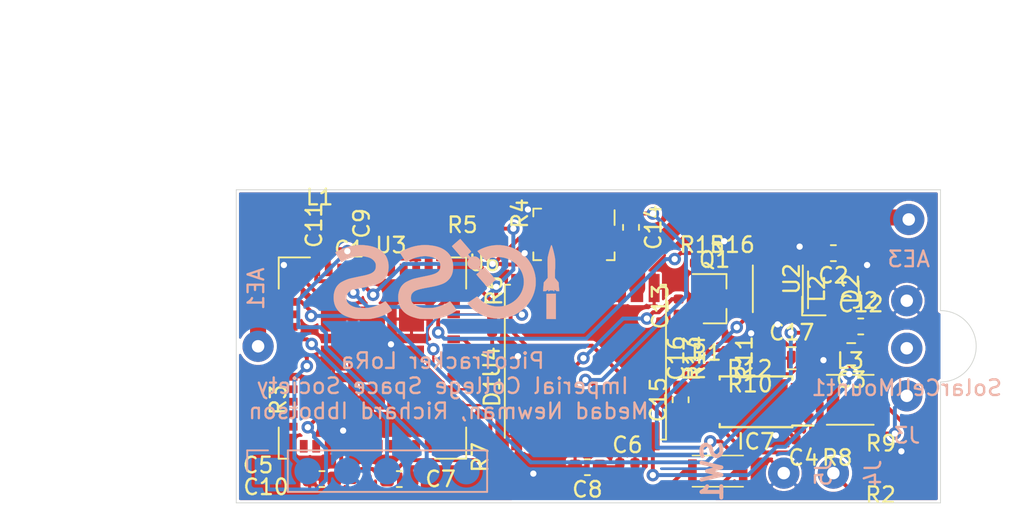
<source format=kicad_pcb>
(kicad_pcb (version 20171130) (host pcbnew "(5.1.2)-1")
  (title_block (title "PCB for Lora Pico Tracker") (date 2019-10-21) (company "Imperial College Space Society") (comment 1 "Richard Ibbotson, Medad Newman"))
  (layers (0 F.Cu signal) (31 B.Cu signal) (34 B.Paste user) (35 F.Paste user) (36 B.SilkS user) (37 F.SilkS user) (38 B.Mask user hide) (39 F.Mask user hide) (44 Edge.Cuts user))
  (net 0 "")
  (net 1 GND)
  (net 2 "Net-(C9-Pad1)")
  (net 3 /I2C1_SDA)
  (net 4 /I2C1_SCL)
  (net 5 /RESET)
  (net 6 "Net-(R3-Pad1)")
  (net 7 /GPS_EXTINT)
  (net 8 /GPS_SAFEBOOT)
  (net 9 "Net-(AE1-Pad1)")
  (net 10 "Net-(D1-Pad2)")
  (net 11 /LED)
  (net 12 /SWITCH)
  (net 13 +SOL)
  (net 14 "Net-(AE3-Pad1)")
  (net 15 +BATT)
  (net 16 "Net-(C4-Pad1)")
  (net 17 VCC)
  (net 18 "Net-(C15-Pad2)")
  (net 19 "Net-(C15-Pad1)")
  (net 20 "Net-(C16-Pad1)")
  (net 21 "Net-(C17-Pad2)")
  (net 22 /GPS_TIMEPULSE)
  (net 23 "Net-(IC7-Pad3)")
  (net 24 /SENSOR_EN)
  (net 25 /SWDIO)
  (net 26 "Net-(L2-Pad2)")
  (net 27 /SWCLK)
  (net 28 /BATT_PWR_MEASURE)
  (net 29 "Net-(C13-Pad1)")
  (net 30 "Net-(Q1-Pad1)")
  (net 31 /SOLAR_VOLTS)
  (net 32 /BATT_VOLTS)
  (net 33 /TCXO_EN)
  (net 34 /GPS_BCKP)
  (net 35 SENSOR_VCC)
  (module Resistor_SMD:R_0402_1005Metric (layer F.Cu) (at 283.083 168.656 90)
    (fp_text reference R6 (at 2.159 0.127 90) (layer F.SilkS))
    (fp_text value R)
    (pad 2 smd roundrect (at 0.485 0 90) (size 0.59 0.64) (layers F.Cu F.Paste F.Mask) (net 11 /LED))
    (pad 1 smd roundrect (at -0.485 0 90) (size 0.59 0.64) (layers F.Cu F.Paste F.Mask) (net 10 "Net-(D1-Pad2)"))
  )
  (module Capacitor_SMD:C_0402_1005Metric (layer F.Cu) (at 291.742 177.546)
    (fp_text reference C6 (at 0 -1.17) (layer F.SilkS))
    (fp_text value 100nF)
    (pad 2 smd roundrect (at 0.485 0) (size 0.59 0.64) (layers F.Cu F.Paste F.Mask) (net 1 GND))
    (pad 1 smd roundrect (at -0.485 0) (size 0.59 0.64) (layers F.Cu F.Paste F.Mask) (net 35 SENSOR_VCC))
  )
  (module Inductor_SMD:L_Taiyo-Yuden_NR-30xx (layer F.Cu) (at 306.007 173.482)
    (fp_text reference L3 (at 0 -2.5) (layer F.SilkS))
    (fp_text value 10uH)
    (pad 2 smd rect (at 1.1 0) (size 0.8 2.9) (layers F.Cu F.Paste F.Mask) (net 13 +SOL))
    (pad 1 smd rect (at -1.1 0) (size 0.8 2.9) (layers F.Cu F.Paste F.Mask) (net 23 "Net-(IC7-Pad3)"))
  )
  (module flight-computer:ICSS_Logo (layer B.Cu) (at 280.162 165.735 180)
    (fp_text reference J6 hide)
    (fp_text value "ICSS LOGO" hide)
  )
  (module Resistor_SMD:R_0402_1005Metric (layer F.Cu) (at 298.45 164.719)
    (fp_text reference R16 (at 0 -1.17) (layer F.SilkS))
    (fp_text value 100K)
    (pad 2 smd roundrect (at 0.485 0) (size 0.59 0.64) (layers F.Cu F.Paste F.Mask) (net 1 GND))
    (pad 1 smd roundrect (at -0.485 0) (size 0.59 0.64) (layers F.Cu F.Paste F.Mask) (net 32 /BATT_VOLTS))
  )
  (module Resistor_SMD:R_0402_1005Metric (layer F.Cu) (at 296.522 164.719)
    (fp_text reference R15 (at 0 -1.17) (layer F.SilkS))
    (fp_text value 100K)
    (pad 2 smd roundrect (at 0.485 0) (size 0.59 0.64) (layers F.Cu F.Paste F.Mask) (net 32 /BATT_VOLTS))
    (pad 1 smd roundrect (at -0.485 0) (size 0.59 0.64) (layers F.Cu F.Paste F.Mask) (net 30 "Net-(Q1-Pad1)"))
  )
  (module Resistor_SMD:R_0402_1005Metric (layer F.Cu) (at 296.799 169.291 180)
    (fp_text reference R1 (at 0 -1.17) (layer F.SilkS))
    (fp_text value 10K)
    (pad 2 smd roundrect (at 0.485 0 180) (size 0.59 0.64) (layers F.Cu F.Paste F.Mask) (net 29 "Net-(C13-Pad1)"))
    (pad 1 smd roundrect (at -0.485 0 180) (size 0.59 0.64) (layers F.Cu F.Paste F.Mask) (net 15 +BATT))
  )
  (module Package_TO_SOT_SMD:SOT-23 (layer F.Cu) (at 297.323 167.005)
    (fp_text reference Q1 (at 0 -2.5) (layer F.SilkS))
    (fp_text value Q_PMOS_DGS)
    (pad 3 smd rect (at 1 0) (size 0.9 0.8) (layers F.Cu F.Paste F.Mask) (net 15 +BATT))
    (pad 2 smd rect (at -1 0.95) (size 0.9 0.8) (layers F.Cu F.Paste F.Mask) (net 29 "Net-(C13-Pad1)"))
    (pad 1 smd rect (at -1 -0.95) (size 0.9 0.8) (layers F.Cu F.Paste F.Mask) (net 30 "Net-(Q1-Pad1)"))
  )
  (module Inductor_SMD:L_Taiyo-Yuden_NR-30xx (layer F.Cu) (at 301.371 166.37 270)
    (fp_text reference L2 (at 0 -2.5 90) (layer F.SilkS))
    (fp_text value 2.2uH)
    (pad 2 smd rect (at 1.1 0 270) (size 0.8 2.9) (layers F.Cu F.Paste F.Mask) (net 26 "Net-(L2-Pad2)"))
    (pad 1 smd rect (at -1.1 0 270) (size 0.8 2.9) (layers F.Cu F.Paste F.Mask) (net 17 VCC))
  )
  (module Capacitor_SMD:C_0402_1005Metric (layer F.Cu) (at 295.021 167.513 90)
    (fp_text reference C13 (at 0 -1.17 90) (layer F.SilkS))
    (fp_text value 100nF)
    (pad 2 smd roundrect (at 0.485 0 90) (size 0.59 0.64) (layers F.Cu F.Paste F.Mask) (net 28 /BATT_PWR_MEASURE))
    (pad 1 smd roundrect (at -0.485 0 90) (size 0.59 0.64) (layers F.Cu F.Paste F.Mask) (net 29 "Net-(C13-Pad1)"))
  )
  (module flight-computer:special_test_pads (layer B.Cu) (at 268.732 178.054 270)
    (fp_text reference J1 hide)
    (fp_text value Conn_01x06 hide)
    (pad 6 smd oval (at 0 -12.7 270) (size 1.7 1.7) (layers B.Cu B.Mask))
    (pad 5 smd oval (at 0 -10.16 270) (size 1.7 1.7) (layers B.Cu B.Mask) (net 5 /RESET))
    (pad 4 smd oval (at 0 -7.62 270) (size 1.7 1.7) (layers B.Cu B.Mask) (net 25 /SWDIO))
    (pad 3 smd oval (at 0 -5.08 270) (size 1.7 1.7) (layers B.Cu B.Mask) (net 1 GND))
    (pad 2 smd oval (at 0 -2.54 270) (size 1.7 1.7) (layers B.Cu B.Mask) (net 27 /SWCLK))
    (pad 1 smd rect (at 0 0 270) (size 1.7 1.7) (layers B.Cu B.Mask) (net 17 VCC))
  )
  (module Diode_SMD:D_0402_1005Metric (layer F.Cu) (at 307.213 166.377 90)
    (fp_text reference D2 (at 0 -1.17 90) (layer F.SilkS))
    (fp_text value D_Schottky)
    (pad 2 smd roundrect (at 0.485 0 90) (size 0.59 0.64) (layers F.Cu F.Paste F.Mask) (net 1 GND))
    (pad 1 smd roundrect (at -0.485 0 90) (size 0.59 0.64) (layers F.Cu F.Paste F.Mask) (net 15 +BATT))
  )
  (module Capacitor_SMD:C_0805_2012Metric (layer F.Cu) (at 302.26 170.815)
    (fp_text reference C17 (at 0 -1.65) (layer F.SilkS))
    (fp_text value 22uF)
    (pad 2 smd roundrect (at 0.9375 0) (size 0.975 1.4) (layers F.Cu F.Paste F.Mask) (net 21 "Net-(C17-Pad2)"))
    (pad 1 smd roundrect (at -0.9375 0) (size 0.975 1.4) (layers F.Cu F.Paste F.Mask) (net 1 GND))
  )
  (module RF_GPS:ublox_MAX (layer F.Cu) (at 289.052 171.069 90)
    (fp_text reference U4 (at 0 -6 90) (layer F.SilkS))
    (fp_text value MAX-M8C)
    (pad 18 smd rect (at 4.75 -4.4 90) (size 1.8 0.7) (layers F.Cu F.Paste F.Mask) (net 8 /GPS_SAFEBOOT))
    (pad 17 smd rect (at 4.75 -3.3 90) (size 1.8 0.8) (layers F.Cu F.Paste F.Mask) (net 4 /I2C1_SCL))
    (pad 16 smd rect (at 4.75 -2.2 90) (size 1.8 0.8) (layers F.Cu F.Paste F.Mask) (net 3 /I2C1_SDA))
    (pad 15 smd rect (at 4.75 -1.1 90) (size 1.8 0.8) (layers F.Cu F.Paste F.Mask))
    (pad 14 smd rect (at 4.75 0 90) (size 1.8 0.8) (layers F.Cu F.Paste F.Mask))
    (pad 13 smd rect (at 4.75 1.1 90) (size 1.8 0.8) (layers F.Cu F.Paste F.Mask) (net 1 GND))
    (pad 12 smd rect (at 4.75 2.2 90) (size 1.8 0.8) (layers F.Cu F.Paste F.Mask) (net 1 GND))
    (pad 11 smd rect (at 4.75 3.3 90) (size 1.8 0.8) (layers F.Cu F.Paste F.Mask) (net 14 "Net-(AE3-Pad1)"))
    (pad 10 smd rect (at 4.75 4.4 90) (size 1.8 0.7) (layers F.Cu F.Paste F.Mask) (net 1 GND))
    (pad 9 smd rect (at -4.75 4.4 90) (size 1.8 0.7) (layers F.Cu F.Paste F.Mask) (net 35 SENSOR_VCC))
    (pad 8 smd rect (at -4.75 3.3 90) (size 1.8 0.8) (layers F.Cu F.Paste F.Mask) (net 35 SENSOR_VCC))
    (pad 7 smd rect (at -4.75 2.2 90) (size 1.8 0.8) (layers F.Cu F.Paste F.Mask) (net 35 SENSOR_VCC))
    (pad 6 smd rect (at -4.75 1.1 90) (size 1.8 0.8) (layers F.Cu F.Paste F.Mask) (net 34 /GPS_BCKP))
    (pad 5 smd rect (at -4.75 0 90) (size 1.8 0.8) (layers F.Cu F.Paste F.Mask) (net 7 /GPS_EXTINT))
    (pad 4 smd rect (at -4.75 -1.1 90) (size 1.8 0.8) (layers F.Cu F.Paste F.Mask) (net 22 /GPS_TIMEPULSE))
    (pad 3 smd rect (at -4.75 -2.2 90) (size 1.8 0.8) (layers F.Cu F.Paste F.Mask))
    (pad 2 smd rect (at -4.75 -3.3 90) (size 1.8 0.8) (layers F.Cu F.Paste F.Mask))
    (pad 1 smd rect (at -4.75 -4.4 90) (size 1.8 0.7) (layers F.Cu F.Paste F.Mask) (net 1 GND))
  )
  (module Package_SON:WSON-12-1EP_3x2mm_P0.5mm_EP1x2.65 (layer F.Cu) (at 304.927 166.37 90)
    (fp_text reference U2 (at 0.635 -2.667 90) (layer F.SilkS))
    (fp_text value TPS62740)
    (pad 13 smd rect (at 0 0 90) (size 1 2.65) (layers F.Cu F.Mask))
    (pad 12 smd rect (at 0.95 -1.25 90) (size 0.5 0.25) (layers F.Cu F.Paste F.Mask) (net 15 +BATT))
    (pad 11 smd rect (at 0.95 -0.75 90) (size 0.5 0.25) (layers F.Cu F.Paste F.Mask) (net 1 GND))
    (pad 10 smd rect (at 0.95 -0.25 90) (size 0.5 0.25) (layers F.Cu F.Paste F.Mask) (net 1 GND))
    (pad 9 smd rect (at 0.95 0.25 90) (size 0.5 0.25) (layers F.Cu F.Paste F.Mask) (net 15 +BATT))
    (pad 8 smd rect (at 0.95 0.75 90) (size 0.5 0.25) (layers F.Cu F.Paste F.Mask) (net 15 +BATT))
    (pad 7 smd rect (at 0.95 1.25 90) (size 0.5 0.25) (layers F.Cu F.Paste F.Mask))
    (pad 6 smd rect (at -0.95 1.25 90) (size 0.5 0.25) (layers F.Cu F.Paste F.Mask) (net 35 SENSOR_VCC))
    (pad 5 smd rect (at -0.95 0.75 90) (size 0.5 0.25) (layers F.Cu F.Paste F.Mask) (net 17 VCC))
    (pad 4 smd rect (at -0.95 0.25 90) (size 0.5 0.25) (layers F.Cu F.Paste F.Mask) (net 24 /SENSOR_EN))
    (pad 3 smd rect (at -0.95 -0.25 90) (size 0.5 0.25) (layers F.Cu F.Paste F.Mask) (net 1 GND))
    (pad 2 smd rect (at -0.95 -0.75 90) (size 0.5 0.25) (layers F.Cu F.Paste F.Mask) (net 26 "Net-(L2-Pad2)"))
    (pad 1 smd rect (at -0.95 -1.25 90) (size 0.5 0.25) (layers F.Cu F.Paste F.Mask) (net 15 +BATT))
  )
  (module Connector_Wire:SolderWirePad_1x01_Drill0.8mm (layer B.Cu) (at 309.626 170.18)
    (fp_text reference SolarCellMount1 (at 0 2.54) (layer B.SilkS) (effects (justify mirror)))
    (fp_text value Unconnected)
    (pad 1 thru_hole circle (at 0 0) (size 1.99898 1.99898) (drill 0.8001) (layers *.Cu *.Mask))
  )
  (module Resistor_SMD:R_0402_1005Metric (layer F.Cu) (at 295.021 170.815 270)
    (fp_text reference R14 (at 0 -1.17 90) (layer F.SilkS))
    (fp_text value 5.1M)
    (pad 2 smd roundrect (at 0.485 0 270) (size 0.59 0.64) (layers F.Cu F.Paste F.Mask) (net 20 "Net-(C16-Pad1)"))
    (pad 1 smd roundrect (at -0.485 0 270) (size 0.59 0.64) (layers F.Cu F.Paste F.Mask) (net 1 GND))
  )
  (module Resistor_SMD:R_0402_1005Metric (layer F.Cu) (at 297.053 170.838 90)
    (fp_text reference R13 (at 0 -1.17 90) (layer F.SilkS))
    (fp_text value 10M)
    (pad 2 smd roundrect (at 0.485 0 90) (size 0.59 0.64) (layers F.Cu F.Paste F.Mask) (net 15 +BATT))
    (pad 1 smd roundrect (at -0.485 0 90) (size 0.59 0.64) (layers F.Cu F.Paste F.Mask) (net 20 "Net-(C16-Pad1)"))
  )
  (module Resistor_SMD:R_0402_1005Metric (layer F.Cu) (at 299.57 170.307 180)
    (fp_text reference R12 (at 0 -1.17) (layer F.SilkS))
    (fp_text value 1Ohm)
    (pad 2 smd roundrect (at 0.485 0 180) (size 0.59 0.64) (layers F.Cu F.Paste F.Mask) (net 15 +BATT))
    (pad 1 smd roundrect (at -0.485 0 180) (size 0.59 0.64) (layers F.Cu F.Paste F.Mask) (net 21 "Net-(C17-Pad2)"))
  )
  (module Resistor_SMD:R_0402_1005Metric (layer F.Cu) (at 298.069 170.815 270)
    (fp_text reference R11 (at 0 -1.17 90) (layer F.SilkS))
    (fp_text value 1K)
    (pad 2 smd roundrect (at 0.485 0 270) (size 0.59 0.64) (layers F.Cu F.Paste F.Mask) (net 18 "Net-(C15-Pad2)"))
    (pad 1 smd roundrect (at -0.485 0 270) (size 0.59 0.64) (layers F.Cu F.Paste F.Mask) (net 15 +BATT))
  )
  (module Resistor_SMD:R_0402_1005Metric (layer F.Cu) (at 299.593 171.323 180)
    (fp_text reference R10 (at 0 -1.17) (layer F.SilkS))
    (fp_text value 1K)
    (pad 2 smd roundrect (at 0.485 0 180) (size 0.59 0.64) (layers F.Cu F.Paste F.Mask) (net 19 "Net-(C15-Pad1)"))
    (pad 1 smd roundrect (at -0.485 0 180) (size 0.59 0.64) (layers F.Cu F.Paste F.Mask) (net 21 "Net-(C17-Pad2)"))
  )
  (module Resistor_SMD:R_0402_1005Metric (layer F.Cu) (at 305.181 176.022 180)
    (fp_text reference R8 (at 0 -1.17) (layer F.SilkS))
    (fp_text value 1K)
    (pad 2 smd roundrect (at 0.485 0 180) (size 0.59 0.64) (layers F.Cu F.Paste F.Mask) (net 16 "Net-(C4-Pad1)"))
    (pad 1 smd roundrect (at -0.485 0 180) (size 0.59 0.64) (layers F.Cu F.Paste F.Mask) (net 13 +SOL))
  )
  (module Resistor_SMD:R_0402_1005Metric (layer F.Cu) (at 281.178 163.449)
    (fp_text reference R5 (at 0 -1.17) (layer F.SilkS))
    (fp_text value 4.7K)
    (pad 2 smd roundrect (at 0.485 0) (size 0.59 0.64) (layers F.Cu F.Paste F.Mask) (net 4 /I2C1_SCL))
    (pad 1 smd roundrect (at -0.485 0) (size 0.59 0.64) (layers F.Cu F.Paste F.Mask) (net 35 SENSOR_VCC))
  )
  (module Resistor_SMD:R_0402_1005Metric (layer F.Cu) (at 268.224 173.482 270)
    (fp_text reference R3 (at 0 -1.17 90) (layer F.SilkS))
    (fp_text value 10K)
    (pad 2 smd roundrect (at 0.485 0 270) (size 0.59 0.64) (layers F.Cu F.Paste F.Mask) (net 1 GND))
    (pad 1 smd roundrect (at -0.485 0 270) (size 0.59 0.64) (layers F.Cu F.Paste F.Mask) (net 6 "Net-(R3-Pad1)"))
  )
  (module Capacitor_SMD:C_0402_1005Metric (layer F.Cu) (at 272.034 161.671)
    (fp_text reference L1 (at 0 -1.17) (layer F.SilkS))
    (fp_text value NF)
    (pad 2 smd roundrect (at 0.485 0) (size 0.59 0.64) (layers F.Cu F.Paste F.Mask) (net 2 "Net-(C9-Pad1)"))
    (pad 1 smd roundrect (at -0.485 0) (size 0.59 0.64) (layers F.Cu F.Paste F.Mask) (net 9 "Net-(AE1-Pad1)"))
  )
  (module Connector_Wire:SolderWirePad_1x01_Drill0.8mm (layer B.Cu) (at 301.752 178.181 90)
    (fp_text reference J5 (at 0 2.54 -90) (layer B.SilkS) (effects (justify mirror)))
    (fp_text value BATT_GND)
    (pad 1 thru_hole circle (at 0 0 90) (size 1.99898 1.99898) (drill 0.8001) (layers *.Cu *.Mask) (net 1 GND))
  )
  (module Connector_Wire:SolderWirePad_1x01_Drill0.8mm (layer B.Cu) (at 304.927 178.181 90)
    (fp_text reference J4 (at 0 2.54 -90) (layer B.SilkS) (effects (justify mirror)))
    (fp_text value BATT_V+)
    (pad 1 thru_hole circle (at 0 0 90) (size 1.99898 1.99898) (drill 0.8001) (layers *.Cu *.Mask) (net 15 +BATT))
  )
  (module Connector_Wire:SolderWirePad_1x01_Drill0.8mm (layer B.Cu) (at 309.626 173.228)
    (fp_text reference J3 (at 0 2.54) (layer B.SilkS) (effects (justify mirror)))
    (fp_text value +SOL)
    (pad 1 thru_hole circle (at 0 0) (size 1.99898 1.99898) (drill 0.8001) (layers *.Cu *.Mask) (net 13 +SOL))
  )
  (module Capacitor_SMD:C_0402_1005Metric (layer F.Cu) (at 296.037 170.815 90)
    (fp_text reference C16 (at 0 -1.17 90) (layer F.SilkS))
    (fp_text value 1nF)
    (pad 2 smd roundrect (at 0.485 0 90) (size 0.59 0.64) (layers F.Cu F.Paste F.Mask) (net 1 GND))
    (pad 1 smd roundrect (at -0.485 0 90) (size 0.59 0.64) (layers F.Cu F.Paste F.Mask) (net 20 "Net-(C16-Pad1)"))
  )
  (module Capacitor_SMD:C_0603_1608Metric (layer F.Cu) (at 295.148 173.482 90)
    (fp_text reference C15 (at 0 -1.43 90) (layer F.SilkS))
    (fp_text value 1uF)
    (pad 2 smd roundrect (at 0.7875 0 90) (size 0.875 0.95) (layers F.Cu F.Paste F.Mask) (net 18 "Net-(C15-Pad2)"))
    (pad 1 smd roundrect (at -0.7875 0 90) (size 0.875 0.95) (layers F.Cu F.Paste F.Mask) (net 19 "Net-(C15-Pad1)"))
  )
  (module Capacitor_SMD:C_0603_1608Metric (layer F.Cu) (at 291.973 162.433 270)
    (fp_text reference C14 (at 0 -1.43 90) (layer F.SilkS))
    (fp_text value 220nF)
    (pad 2 smd roundrect (at 0.7875 0 270) (size 0.875 0.95) (layers F.Cu F.Paste F.Mask) (net 1 GND))
    (pad 1 smd roundrect (at -0.7875 0 270) (size 0.875 0.95) (layers F.Cu F.Paste F.Mask) (net 35 SENSOR_VCC))
  )
  (module Capacitor_SMD:C_0603_1608Metric (layer F.Cu) (at 306.6795 168.783)
    (fp_text reference C12 (at 0 -1.43) (layer F.SilkS))
    (fp_text value 10uF)
    (pad 2 smd roundrect (at 0.7875 0) (size 0.875 0.95) (layers F.Cu F.Paste F.Mask) (net 1 GND))
    (pad 1 smd roundrect (at -0.7875 0) (size 0.875 0.95) (layers F.Cu F.Paste F.Mask) (net 17 VCC))
  )
  (module Capacitor_SMD:C_0402_1005Metric (layer F.Cu) (at 270.51 162.306 270)
    (fp_text reference C11 (at 0 -1.17 90) (layer F.SilkS))
    (fp_text value NF)
    (pad 2 smd roundrect (at 0.485 0 270) (size 0.59 0.64) (layers F.Cu F.Paste F.Mask) (net 1 GND))
    (pad 1 smd roundrect (at -0.485 0 270) (size 0.59 0.64) (layers F.Cu F.Paste F.Mask) (net 9 "Net-(AE1-Pad1)"))
  )
  (module Capacitor_SMD:C_0402_1005Metric (layer F.Cu) (at 273.558 162.179 270)
    (fp_text reference C9 (at 0 -1.17 90) (layer F.SilkS))
    (fp_text value NF)
    (pad 2 smd roundrect (at 0.485 0 270) (size 0.59 0.64) (layers F.Cu F.Paste F.Mask) (net 1 GND))
    (pad 1 smd roundrect (at -0.485 0 270) (size 0.59 0.64) (layers F.Cu F.Paste F.Mask) (net 2 "Net-(C9-Pad1)"))
  )
  (module Capacitor_SMD:C_0603_1608Metric (layer F.Cu) (at 289.179 177.8 180)
    (fp_text reference C8 (at 0 -1.43) (layer F.SilkS))
    (fp_text value 10uF)
    (pad 2 smd roundrect (at 0.7875 0 180) (size 0.875 0.95) (layers F.Cu F.Paste F.Mask) (net 1 GND))
    (pad 1 smd roundrect (at -0.7875 0 180) (size 0.875 0.95) (layers F.Cu F.Paste F.Mask) (net 35 SENSOR_VCC))
  )
  (module Capacitor_SMD:C_0402_1005Metric (layer F.Cu) (at 303.022 176.022 180)
    (fp_text reference C4 (at 0 -1.17) (layer F.SilkS))
    (fp_text value 1nF)
    (pad 2 smd roundrect (at 0.485 0 180) (size 0.59 0.64) (layers F.Cu F.Paste F.Mask) (net 1 GND))
    (pad 1 smd roundrect (at -0.485 0 180) (size 0.59 0.64) (layers F.Cu F.Paste F.Mask) (net 16 "Net-(C4-Pad1)"))
  )
  (module Capacitor_SMD:C_0805_2012Metric (layer F.Cu) (at 306.07 170.561 180)
    (fp_text reference C3 (at 0 -1.65) (layer F.SilkS))
    (fp_text value 4.7uF)
    (pad 2 smd roundrect (at 0.9375 0 180) (size 0.975 1.4) (layers F.Cu F.Paste F.Mask) (net 1 GND))
    (pad 1 smd roundrect (at -0.9375 0 180) (size 0.975 1.4) (layers F.Cu F.Paste F.Mask) (net 13 +SOL))
  )
  (module Capacitor_SMD:C_0603_1608Metric (layer F.Cu) (at 304.927 164.084 180)
    (fp_text reference C2 (at 0 -1.43) (layer F.SilkS))
    (fp_text value 10uF)
    (pad 2 smd roundrect (at 0.7875 0 180) (size 0.875 0.95) (layers F.Cu F.Paste F.Mask) (net 1 GND))
    (pad 1 smd roundrect (at -0.7875 0 180) (size 0.875 0.95) (layers F.Cu F.Paste F.Mask) (net 15 +BATT))
  )
  (module Connector_Wire:SolderWirePad_1x01_Drill0.8mm (layer B.Cu) (at 309.753 161.925)
    (fp_text reference AE3 (at 0 2.54) (layer B.SilkS) (effects (justify mirror)))
    (fp_text value "GPS Antenna")
    (pad 1 thru_hole circle (at 0 0) (size 1.99898 1.99898) (drill 0.8001) (layers *.Cu *.Mask) (net 14 "Net-(AE3-Pad1)"))
  )
  (module Resistor_SMD:R_0402_1005Metric (layer F.Cu) (at 307.975 178.308)
    (fp_text reference R9 (at 0 -2.032) (layer F.SilkS))
    (fp_text value 100K)
    (pad 2 smd roundrect (at 0.485 0) (size 0.59 0.64) (layers F.Cu F.Paste F.Mask) (net 1 GND))
    (pad 1 smd roundrect (at -0.485 0) (size 0.59 0.64) (layers F.Cu F.Paste F.Mask) (net 31 /SOLAR_VOLTS))
  )
  (module Resistor_SMD:R_0402_1005Metric (layer F.Cu) (at 307.952 177.292 180)
    (fp_text reference R2 (at 0 -2.286) (layer F.SilkS))
    (fp_text value 100K)
    (pad 2 smd roundrect (at 0.485 0 180) (size 0.59 0.64) (layers F.Cu F.Paste F.Mask) (net 31 /SOLAR_VOLTS))
    (pad 1 smd roundrect (at -0.485 0 180) (size 0.59 0.64) (layers F.Cu F.Paste F.Mask) (net 13 +SOL))
  )
  (module Package_SO:TSSOP-8_4.4x3mm_P0.65mm (layer F.Cu) (at 299.974 173.609 180)
    (fp_text reference IC7 (at 0 -2.55) (layer F.SilkS))
    (fp_text value SPV1040)
    (pad 8 smd rect (at 2.95 -0.975 180) (size 1.45 0.45) (layers F.Cu F.Paste F.Mask))
    (pad 7 smd rect (at 2.95 -0.325 180) (size 1.45 0.45) (layers F.Cu F.Paste F.Mask) (net 19 "Net-(C15-Pad1)"))
    (pad 6 smd rect (at 2.95 0.325 180) (size 1.45 0.45) (layers F.Cu F.Paste F.Mask) (net 18 "Net-(C15-Pad2)"))
    (pad 5 smd rect (at 2.95 0.975 180) (size 1.45 0.45) (layers F.Cu F.Paste F.Mask) (net 20 "Net-(C16-Pad1)"))
    (pad 4 smd rect (at -2.95 0.975 180) (size 1.45 0.45) (layers F.Cu F.Paste F.Mask) (net 21 "Net-(C17-Pad2)"))
    (pad 3 smd rect (at -2.95 0.325 180) (size 1.45 0.45) (layers F.Cu F.Paste F.Mask) (net 23 "Net-(IC7-Pad3)"))
    (pad 2 smd rect (at -2.95 -0.325 180) (size 1.45 0.45) (layers F.Cu F.Paste F.Mask) (net 1 GND))
    (pad 1 smd rect (at -2.95 -0.975 180) (size 1.45 0.45) (layers F.Cu F.Paste F.Mask) (net 16 "Net-(C4-Pad1)"))
  )
  (module flight-computer:SolderWirePad_1x01_Drill0.8mm (layer F.Cu) (at 312.674 170.053)
    (fp_text reference StringHole1 hide)
    (fp_text value Unconnected)
    (pad "" np_thru_hole circle (at 0 0) (size 0.8 0.8) (drill 0.8) (layers *.Cu *.Mask))
  )
  (module Connector_Wire:SolderWirePad_1x01_Drill0.8mm (layer F.Cu) (at 266.319 169.164)
    (fp_text reference AE1 (at 1.651 -2.794 90) (layer B.SilkS) (effects (justify mirror)))
    (fp_text value "Lora Antenna")
    (pad 1 thru_hole circle (at 1.778 0.889) (size 1.99898 1.99898) (drill 0.8001) (layers *.Cu *.Mask) (net 9 "Net-(AE1-Pad1)"))
  )
  (module LED_SMD:LED_0402_1005Metric (layer F.Cu) (at 283.083 170.688 90)
    (fp_text reference D1 (at -2.286 0 90) (layer F.SilkS))
    (fp_text value LED)
    (pad 2 smd roundrect (at 0.485 0 90) (size 0.59 0.64) (layers F.Cu F.Paste F.Mask) (net 10 "Net-(D1-Pad2)"))
    (pad 1 smd roundrect (at -0.485 0 90) (size 0.59 0.64) (layers F.Cu F.Paste F.Mask) (net 1 GND))
  )
  (module flight-computer:EVPAWCD4A (layer F.Cu) (at 297.053 178.054 180)
    (fp_text reference SW1 (at -0.127 0 270) (layer B.SilkS) (effects (font (size 1.27 1.27) (thickness 0.254)) (justify mirror)))
    (fp_text value SW_Push hide)
    (pad 2 smd rect (at -2.1 0 180) (size 0.55 1.5) (layers F.Cu F.Paste F.Mask) (net 17 VCC))
    (pad 1 smd rect (at 1.15 0 180) (size 0.55 1.5) (layers F.Cu F.Paste F.Mask) (net 12 /SWITCH))
  )
  (module Resistor_SMD:R_0402_1005Metric (layer F.Cu) (at 282.321 174.879 270)
    (fp_text reference R7 (at 2.286 0 90) (layer F.SilkS))
    (fp_text value 100K)
    (pad 2 smd roundrect (at 0.485 0 270) (size 0.59 0.64) (layers F.Cu F.Paste F.Mask) (net 1 GND))
    (pad 1 smd roundrect (at -0.485 0 270) (size 0.59 0.64) (layers F.Cu F.Paste F.Mask) (net 12 /SWITCH))
  )
  (module RF_Module:CMWX1ZZABZ (layer F.Cu) (at 275.419 170.808 90)
    (fp_text reference U3 (at 7.232 1.187) (layer F.SilkS))
    (fp_text value CMWX1ZZABZ-078)
    (pad 38 smd rect (at 3.6 -5.2 180) (size 0.8 0.5) (layers F.Cu F.Paste F.Mask) (net 24 /SENSOR_EN))
    (pad 26 smd rect (at 5.65 3.6 90) (size 0.8 0.5) (layers F.Cu F.Paste F.Mask) (net 2 "Net-(C9-Pad1)"))
    (pad 25 smd rect (at 5.65 4.4 90) (size 0.8 0.5) (layers F.Cu F.Paste F.Mask) (net 1 GND))
    (pad 24 smd rect (at 4.4 5.2) (size 0.8 0.5) (layers F.Cu F.Paste F.Mask) (net 31 /SOLAR_VOLTS))
    (pad 23 smd rect (at 3.6 5.2) (size 0.8 0.5) (layers F.Cu F.Paste F.Mask) (net 32 /BATT_VOLTS))
    (pad 22 smd rect (at 2.8 5.2) (size 0.8 0.5) (layers F.Cu F.Paste F.Mask) (net 11 /LED))
    (pad 21 smd rect (at 2 5.2) (size 0.8 0.5) (layers F.Cu F.Paste F.Mask))
    (pad 20 smd rect (at 1.2 5.2) (size 0.8 0.5) (layers F.Cu F.Paste F.Mask) (net 28 /BATT_PWR_MEASURE))
    (pad 19 smd rect (at 0.4 5.2 180) (size 0.8 0.5) (layers F.Cu F.Paste F.Mask) (net 34 /GPS_BCKP))
    (pad 18 smd rect (at -0.4 5.2 180) (size 0.8 0.5) (layers F.Cu F.Paste F.Mask))
    (pad 17 smd rect (at -1.2 5.2 180) (size 0.8 0.5) (layers F.Cu F.Paste F.Mask) (net 8 /GPS_SAFEBOOT))
    (pad 16 smd rect (at -2 5.2 180) (size 0.8 0.5) (layers F.Cu F.Paste F.Mask) (net 7 /GPS_EXTINT))
    (pad 15 smd rect (at -2.8 5.2 180) (size 0.8 0.5) (layers F.Cu F.Paste F.Mask) (net 22 /GPS_TIMEPULSE))
    (pad 14 smd rect (at -3.6 5.2 180) (size 0.8 0.5) (layers F.Cu F.Paste F.Mask) (net 12 /SWITCH))
    (pad 13 smd rect (at -4.4 5.2 180) (size 0.8 0.5) (layers F.Cu F.Paste F.Mask))
    (pad 12 smd rect (at -5.65 4.4 90) (size 0.8 0.5) (layers F.Cu F.Paste F.Mask))
    (pad 41 smd rect (at 1.2 -5.2 180) (size 0.8 0.5) (layers F.Cu F.Paste F.Mask) (net 25 /SWDIO))
    (pad 40 smd rect (at 2 -5.2 180) (size 0.8 0.5) (layers F.Cu F.Paste F.Mask) (net 33 /TCXO_EN))
    (pad 39 smd rect (at 2.8 -5.2 180) (size 0.8 0.5) (layers F.Cu F.Paste F.Mask))
    (pad 37 smd rect (at 4.4 -5.2 180) (size 0.8 0.5) (layers F.Cu F.Paste F.Mask))
    (pad 36 smd rect (at 5.65 -4.4 90) (size 0.8 0.5) (layers F.Cu F.Paste F.Mask) (net 3 /I2C1_SDA))
    (pad 35 smd rect (at 5.65 -3.6 90) (size 0.8 0.5) (layers F.Cu F.Paste F.Mask) (net 4 /I2C1_SCL))
    (pad 34 smd rect (at 5.65 -2.8 90) (size 0.8 0.5) (layers F.Cu F.Paste F.Mask) (net 5 /RESET))
    (pad 33 smd rect (at 5.65 -2 90) (size 0.8 0.5) (layers F.Cu F.Paste F.Mask))
    (pad 32 smd rect (at 5.65 -1.2 90) (size 0.8 0.5) (layers F.Cu F.Paste F.Mask))
    (pad 31 smd rect (at 5.65 -0.4 90) (size 0.8 0.5) (layers F.Cu F.Paste F.Mask))
    (pad 30 smd rect (at 5.65 0.4 90) (size 0.8 0.5) (layers F.Cu F.Paste F.Mask))
    (pad 29 smd rect (at 5.65 1.2 90) (size 0.8 0.5) (layers F.Cu F.Paste F.Mask))
    (pad 28 smd rect (at 5.65 2 90) (size 0.8 0.5) (layers F.Cu F.Paste F.Mask))
    (pad 27 smd rect (at 5.65 2.8 90) (size 0.8 0.5) (layers F.Cu F.Paste F.Mask) (net 1 GND))
    (pad 11 smd rect (at -5.65 3.6 90) (size 0.8 0.5) (layers F.Cu F.Paste F.Mask))
    (pad 10 smd rect (at -5.65 2.8 90) (size 0.8 0.5) (layers F.Cu F.Paste F.Mask))
    (pad 9 smd rect (at -5.65 2 90) (size 0.8 0.5) (layers F.Cu F.Paste F.Mask))
    (pad 8 smd rect (at -5.65 1.2 90) (size 0.8 0.5) (layers F.Cu F.Paste F.Mask))
    (pad 7 smd rect (at -5.65 0.4 90) (size 0.8 0.5) (layers F.Cu F.Paste F.Mask) (net 1 GND))
    (pad 6 smd rect (at -5.65 -0.4 90) (size 0.8 0.5) (layers F.Cu F.Paste F.Mask) (net 17 VCC))
    (pad 5 smd rect (at -5.65 -1.2 90) (size 0.8 0.5) (layers F.Cu F.Paste F.Mask) (net 17 VCC))
    (pad 4 smd rect (at -5.65 -2 90) (size 0.8 0.5) (layers F.Cu F.Paste F.Mask) (net 17 VCC))
    (pad 3 smd rect (at -5.65 -2.8 90) (size 0.8 0.5) (layers F.Cu F.Paste F.Mask) (net 1 GND))
    (pad 2 smd rect (at -5.65 -3.6 90) (size 0.8 0.5) (layers F.Cu F.Paste F.Mask))
    (pad 1 smd rect (at -5.65 -4.4 90) (size 0.8 0.5) (layers F.Cu F.Paste F.Mask))
    (pad 42 smd rect (at 0.4 -5.2 180) (size 0.8 0.5) (layers F.Cu F.Paste F.Mask) (net 27 /SWCLK))
    (pad 43 smd rect (at -0.4 -5.2 180) (size 0.8 0.5) (layers F.Cu F.Paste F.Mask) (net 6 "Net-(R3-Pad1)"))
    (pad 44 smd rect (at -1.2 -5.2 180) (size 0.8 0.5) (layers F.Cu F.Paste F.Mask) (net 1 GND))
    (pad 45 smd rect (at -2 -5.2 180) (size 0.8 0.5) (layers F.Cu F.Paste F.Mask))
    (pad 46 smd rect (at -2.8 -5.2 180) (size 0.8 0.5) (layers F.Cu F.Paste F.Mask))
    (pad 47 smd rect (at -3.6 -5.2 180) (size 0.8 0.5) (layers F.Cu F.Paste F.Mask))
    (pad 48 smd rect (at -4.4 -5.2 180) (size 0.8 0.5) (layers F.Cu F.Paste F.Mask) (net 33 /TCXO_EN))
    (pad 49 smd rect (at -2.5 -2.5 180) (size 1.6 1.6) (layers F.Cu F.Paste F.Mask) (net 1 GND))
    (pad 50 smd rect (at 0 -2.5 180) (size 1.6 1.6) (layers F.Cu F.Paste F.Mask) (net 1 GND))
    (pad 51 smd rect (at 2.5 -2.5 180) (size 1.6 1.6) (layers F.Cu F.Paste F.Mask) (net 1 GND))
    (pad 52 smd rect (at -2.5 0 180) (size 1.6 1.6) (layers F.Cu F.Paste F.Mask) (net 1 GND))
    (pad 53 smd rect (at 0 0 180) (size 1.6 1.6) (layers F.Cu F.Paste F.Mask) (net 1 GND))
    (pad 54 smd rect (at 2.5 0 180) (size 1.6 1.6) (layers F.Cu F.Paste F.Mask) (net 1 GND))
    (pad 55 smd rect (at -2.5 2.5 180) (size 1.6 1.6) (layers F.Cu F.Paste F.Mask) (net 1 GND))
    (pad 56 smd rect (at 0 2.5 180) (size 1.6 1.6) (layers F.Cu F.Paste F.Mask) (net 1 GND))
    (pad 57 smd rect (at 2.5 2.5 180) (size 1.6 1.6) (layers F.Cu F.Paste F.Mask) (net 1 GND))
  )
  (module Connector_Wire:SolderWirePad_1x01_Drill0.8mm (layer B.Cu) (at 309.626 167.132 90)
    (fp_text reference J2 (at 0 -2.667 180) (layer F.SilkS))
    (fp_text value GND)
    (pad 1 thru_hole circle (at 0 0 90) (size 1.99898 1.99898) (drill 0.8001) (layers *.Cu *.Mask) (net 1 GND))
  )
  (module Resistor_SMD:R_0402_1005Metric (layer F.Cu) (at 283.21 161.671 180)
    (fp_text reference R4 (at -1.651 0.127 270) (layer F.SilkS))
    (fp_text value 4.7K)
    (pad 2 smd roundrect (at 0.485 0 180) (size 0.59 0.64) (layers F.Cu F.Paste F.Mask) (net 3 /I2C1_SDA))
    (pad 1 smd roundrect (at -0.485 0 180) (size 0.59 0.64) (layers F.Cu F.Paste F.Mask) (net 35 SENSOR_VCC))
  )
  (module Capacitor_SMD:C_0402_1005Metric (layer F.Cu) (at 272.057 163.83 180)
    (fp_text reference C1 (at -1.882 0) (layer F.SilkS))
    (fp_text value 100nF)
    (pad 2 smd roundrect (at 0.485 0 180) (size 0.59 0.64) (layers F.Cu F.Paste F.Mask) (net 1 GND))
    (pad 1 smd roundrect (at -0.485 0 180) (size 0.59 0.64) (layers F.Cu F.Paste F.Mask) (net 5 /RESET))
  )
  (module Capacitor_SMD:C_0402_1005Metric (layer F.Cu) (at 274.597 178.562)
    (fp_text reference C5 (at -6.5 -0.889) (layer F.SilkS))
    (fp_text value 100nF)
    (pad 1 smd roundrect (at -0.485 0) (size 0.59 0.64) (layers F.Cu F.Paste F.Mask) (net 17 VCC))
    (pad 2 smd roundrect (at 0.485 0) (size 0.59 0.64) (layers F.Cu F.Paste F.Mask) (net 1 GND))
  )
  (module Capacitor_SMD:C_0603_1608Metric (layer F.Cu) (at 277.1395 178.562)
    (fp_text reference C7 (at 2.6415 0) (layer F.SilkS))
    (fp_text value 1uF)
    (pad 1 smd roundrect (at -0.7875 0) (size 0.875 0.95) (layers F.Cu F.Paste F.Mask) (net 17 VCC))
    (pad 2 smd roundrect (at 0.7875 0) (size 0.875 0.95) (layers F.Cu F.Paste F.Mask) (net 1 GND))
  )
  (module Capacitor_SMD:C_0603_1608Metric (layer F.Cu) (at 272.1865 178.562 180)
    (fp_text reference C10 (at 3.5815 -0.508) (layer F.SilkS))
    (fp_text value 10uF)
    (pad 2 smd roundrect (at 0.7875 0 180) (size 0.875 0.95) (layers F.Cu F.Paste F.Mask) (net 1 GND))
    (pad 1 smd roundrect (at -0.7875 0 180) (size 0.875 0.95) (layers F.Cu F.Paste F.Mask) (net 17 VCC))
  )
  (module Package_LGA:LGA-8_3x5mm_P1.25mm (layer F.Cu) (at 288.32 162.882 270)
    (fp_text reference U6 (at 1.837 5.745 180) (layer F.SilkS))
    (fp_text value MS5607-02BA)
    (pad 4 smd rect (at -1.075 1.875 270) (size 0.95 0.55) (layers F.Cu F.Paste F.Mask) (net 1 GND))
    (pad 1 smd rect (at -1.075 -1.875 270) (size 0.95 0.55) (layers F.Cu F.Paste F.Mask) (net 35 SENSOR_VCC))
    (pad 2 smd rect (at -1.075 -0.625 270) (size 0.95 0.55) (layers F.Cu F.Paste F.Mask) (net 35 SENSOR_VCC))
    (pad 3 smd rect (at -1.075 0.625 270) (size 0.95 0.55) (layers F.Cu F.Paste F.Mask) (net 1 GND))
    (pad 8 smd rect (at 1.075 -1.875 270) (size 0.95 0.55) (layers F.Cu F.Paste F.Mask) (net 4 /I2C1_SCL))
    (pad 7 smd rect (at 1.075 -0.625 270) (size 0.95 0.55) (layers F.Cu F.Paste F.Mask) (net 3 /I2C1_SDA))
    (pad 6 smd rect (at 1.075 0.625 270) (size 0.95 0.55) (layers F.Cu F.Paste F.Mask))
    (pad 5 smd rect (at 1.075 1.875 270) (size 0.95 0.55) (layers F.Cu F.Paste F.Mask) (net 1 GND))
  )
  (gr_line (start 266.7 160.02) (end 311.785 160.02) (layer Edge.Cuts) (width 0.05))
  (gr_line (start 266.7 180.086) (end 266.7 160.02) (layer Edge.Cuts) (width 0.05))
  (gr_line (start 311.785 180.086) (end 266.7 180.086) (layer Edge.Cuts) (width 0.05))
  (gr_text "PicoTracker LoRa\nImperial College Space Society\nMedad Newman, Richard Ibbotson " (at 279.908 172.593) (layer B.SilkS) (effects (font (size 1 1)) (justify mirror)))
  (gr_line (start 311.785 160.02) (end 311.785 167.767) (layer Edge.Cuts) (width 0.05))
  (gr_arc (start 311.785 170.053) (end 311.785 172.339) (angle -180) (layer Edge.Cuts) (width 0.05))
  (gr_line (start 311.785 180.086) (end 311.785 172.339) (layer Edge.Cuts) (width 0.05))
  (segment (start 272.19901 179.36201) (end 271.399 178.562) (width 0.25) (layer F.Cu) (net 1))
  (segment (start 274.300222 179.36201) (end 272.19901 179.36201) (width 0.25) (layer F.Cu) (net 1))
  (segment (start 274.747832 178.9144) (end 274.300222 179.36201) (width 0.25) (layer F.Cu) (net 1))
  (segment (start 274.747832 178.896168) (end 274.747832 178.9144) (width 0.25) (layer F.Cu) (net 1))
  (segment (start 275.082 178.562) (end 274.747832 178.896168) (width 0.25) (layer F.Cu) (net 1))
  (segment (start 272.619 177.342) (end 271.399 178.562) (width 0.25) (layer F.Cu) (net 1))
  (segment (start 272.619 176.458) (end 272.619 177.342) (width 0.25) (layer F.Cu) (net 1))
  (segment (start 275.819 173.708) (end 275.419 173.308) (width 0.25) (layer F.Cu) (net 1))
  (segment (start 275.819 176.458) (end 275.819 173.708) (width 0.25) (layer F.Cu) (net 1))
  (segment (start 275.88201 179.36201) (end 275.082 178.562) (width 0.25) (layer F.Cu) (net 1))
  (segment (start 277.12699 179.36201) (end 275.88201 179.36201) (width 0.25) (layer F.Cu) (net 1))
  (segment (start 277.927 178.562) (end 277.12699 179.36201) (width 0.25) (layer F.Cu) (net 1))
  (via (at 285.373653 161.285347) (size 0.8) (drill 0.4) (layers F.Cu B.Cu) (net 1))
  (segment (start 286.445 161.807) (end 285.895306 161.807) (width 0.25) (layer F.Cu) (net 1))
  (segment (start 285.895306 161.807) (end 285.373653 161.285347) (width 0.25) (layer F.Cu) (net 1))
  (via (at 285.163221 164.088653) (size 0.8) (drill 0.4) (layers F.Cu B.Cu) (net 1))
  (segment (start 286.445 163.957) (end 285.294874 163.957) (width 0.25) (layer F.Cu) (net 1))
  (segment (start 285.294874 163.957) (end 285.163221 164.088653) (width 0.25) (layer F.Cu) (net 1))
  (segment (start 285.163221 161.495779) (end 285.373653 161.285347) (width 0.25) (layer B.Cu) (net 1))
  (via (at 269.748 164.846) (size 0.8) (drill 0.4) (layers F.Cu B.Cu) (net 1))
  (segment (start 273.812 175.727975) (end 273.542013 175.457988) (width 0.25) (layer B.Cu) (net 1))
  (segment (start 273.812 178.054) (end 273.812 175.727975) (width 0.25) (layer B.Cu) (net 1))
  (segment (start 272.619 176.105989) (end 273.267001 175.457988) (width 0.25) (layer F.Cu) (net 1))
  (via (at 273.542013 175.457988) (size 0.8) (drill 0.4) (layers F.Cu B.Cu) (net 1))
  (segment (start 273.267001 175.457988) (end 273.542013 175.457988) (width 0.25) (layer F.Cu) (net 1))
  (segment (start 272.619 176.458) (end 272.619 176.105989) (width 0.25) (layer F.Cu) (net 1))
  (segment (start 280.067001 173.387001) (end 276.606 169.926) (width 0.25) (layer B.Cu) (net 1))
  (segment (start 274.987001 179.229001) (end 279.621999 179.229001) (width 0.25) (layer B.Cu) (net 1))
  (segment (start 273.812 178.054) (end 274.987001 179.229001) (width 0.25) (layer B.Cu) (net 1))
  (segment (start 280.067001 178.783999) (end 280.067001 173.387001) (width 0.25) (layer B.Cu) (net 1))
  (segment (start 279.621999 179.229001) (end 280.067001 178.783999) (width 0.25) (layer B.Cu) (net 1))
  (via (at 276.606 169.926) (size 0.8) (drill 0.4) (layers F.Cu B.Cu) (net 1))
  (segment (start 275.419 170.808) (end 275.724 170.808) (width 0.25) (layer F.Cu) (net 1))
  (segment (start 275.724 170.808) (end 276.606 169.926) (width 0.25) (layer F.Cu) (net 1))
  (segment (start 279.819 165.808) (end 279.819 165.158) (width 0.25) (layer F.Cu) (net 1))
  (segment (start 279.384 166.243) (end 279.819 165.808) (width 0.25) (layer F.Cu) (net 1))
  (segment (start 278.654 166.243) (end 279.384 166.243) (width 0.25) (layer F.Cu) (net 1))
  (segment (start 278.219 165.158) (end 278.219 165.808) (width 0.25) (layer F.Cu) (net 1))
  (segment (start 278.219 165.808) (end 278.654 166.243) (width 0.25) (layer F.Cu) (net 1))
  (segment (start 269.619 172.008) (end 270.219 172.008) (width 0.2) (layer F.Cu) (net 1))
  (segment (start 269.518999 172.108001) (end 269.619 172.008) (width 0.2) (layer F.Cu) (net 1))
  (segment (start 268.224 173.967) (end 269.518999 172.672001) (width 0.2) (layer F.Cu) (net 1))
  (segment (start 269.518999 172.672001) (end 269.518999 172.108001) (width 0.2) (layer F.Cu) (net 1))
  (segment (start 301.873999 174.009001) (end 301.949 173.934) (width 0.25) (layer F.Cu) (net 1))
  (segment (start 301.873999 175.358999) (end 301.873999 174.009001) (width 0.25) (layer F.Cu) (net 1))
  (segment (start 302.537 176.022) (end 301.873999 175.358999) (width 0.25) (layer F.Cu) (net 1))
  (segment (start 301.949 173.934) (end 302.924 173.934) (width 0.25) (layer F.Cu) (net 1))
  (segment (start 288.853112 178.261612) (end 288.3915 177.8) (width 0.25) (layer F.Cu) (net 1))
  (segment (start 291.59299 178.60001) (end 289.19151 178.60001) (width 0.25) (layer F.Cu) (net 1))
  (segment (start 292.227 177.966) (end 291.59299 178.60001) (width 0.25) (layer F.Cu) (net 1))
  (segment (start 292.227 177.546) (end 292.227 177.966) (width 0.25) (layer F.Cu) (net 1))
  (segment (start 289.19151 178.60001) (end 288.853112 178.261612) (width 0.25) (layer F.Cu) (net 1))
  (segment (start 304.677 164.6215) (end 304.1395 164.084) (width 0.25) (layer F.Cu) (net 1))
  (segment (start 304.677 165.42) (end 304.677 164.6215) (width 0.25) (layer F.Cu) (net 1))
  (segment (start 304.177 164.1215) (end 304.1395 164.084) (width 0.25) (layer F.Cu) (net 1))
  (segment (start 304.177 165.42) (end 304.177 164.1215) (width 0.25) (layer F.Cu) (net 1))
  (via (at 301.244 175.768) (size 0.8) (drill 0.4) (layers F.Cu B.Cu) (net 1))
  (segment (start 302.537 176.022) (end 301.498 176.022) (width 0.25) (layer F.Cu) (net 1))
  (segment (start 301.498 176.022) (end 301.244 175.768) (width 0.25) (layer F.Cu) (net 1))
  (via (at 309.282 176.784) (size 0.8) (drill 0.4) (layers F.Cu B.Cu) (net 1))
  (segment (start 308.46 178.308) (end 309.282 177.486) (width 0.25) (layer F.Cu) (net 1))
  (segment (start 309.282 177.486) (end 309.282 176.784) (width 0.25) (layer F.Cu) (net 1))
  (via (at 302.768 163.666) (size 0.8) (drill 0.4) (layers F.Cu B.Cu) (net 1))
  (segment (start 304.1395 164.084) (end 303.186 164.084) (width 0.25) (layer F.Cu) (net 1))
  (segment (start 303.186 164.084) (end 302.768 163.666) (width 0.25) (layer F.Cu) (net 1))
  (via (at 297.942 163.322) (size 0.8) (drill 0.4) (layers F.Cu B.Cu) (net 1))
  (segment (start 307.213 165.892) (end 307.213 164.973001) (width 0.25) (layer F.Cu) (net 1))
  (segment (start 307.213 164.973001) (end 307.086 164.846001) (width 0.25) (layer F.Cu) (net 1))
  (via (at 307.086 164.846001) (size 0.8) (drill 0.4) (layers F.Cu B.Cu) (net 1))
  (via (at 301.359359 168.648583) (size 0.8) (drill 0.4) (layers F.Cu B.Cu) (net 1))
  (segment (start 301.662931 168.345011) (end 301.359359 168.648583) (width 0.25) (layer F.Cu) (net 1))
  (segment (start 304.288399 168.345011) (end 301.662931 168.345011) (width 0.25) (layer F.Cu) (net 1))
  (segment (start 304.677 167.32) (end 304.677 167.95641) (width 0.25) (layer F.Cu) (net 1))
  (segment (start 304.677 167.95641) (end 304.288399 168.345011) (width 0.25) (layer F.Cu) (net 1))
  (segment (start 302.768 167.239942) (end 302.768 163.666) (width 0.25) (layer B.Cu) (net 1))
  (segment (start 301.359359 168.648583) (end 302.768 167.239942) (width 0.25) (layer B.Cu) (net 1))
  (segment (start 285.718996 178.085004) (end 285.718996 178.21302) (width 0.25) (layer F.Cu) (net 1))
  (segment (start 285.318997 177.813021) (end 285.718996 178.21302) (width 0.25) (layer F.Cu) (net 1))
  (segment (start 284.652 175.819) (end 284.652 177.146024) (width 0.25) (layer F.Cu) (net 1))
  (segment (start 286.004 177.8) (end 285.718996 178.085004) (width 0.25) (layer F.Cu) (net 1))
  (via (at 285.718996 178.21302) (size 0.8) (drill 0.4) (layers F.Cu B.Cu) (net 1))
  (segment (start 288.3915 177.8) (end 286.004 177.8) (width 0.25) (layer F.Cu) (net 1))
  (segment (start 284.652 177.146024) (end 285.318997 177.813021) (width 0.25) (layer F.Cu) (net 1))
  (via (at 284.734 170.688) (size 0.8) (drill 0.4) (layers F.Cu B.Cu) (net 1))
  (segment (start 283.083 171.173) (end 284.249 171.173) (width 0.25) (layer F.Cu) (net 1))
  (segment (start 284.249 171.173) (end 284.734 170.688) (width 0.25) (layer F.Cu) (net 1))
  (via (at 304.292 170.942) (size 0.8) (drill 0.4) (layers F.Cu B.Cu) (net 1))
  (segment (start 305.1325 170.561) (end 304.673 170.561) (width 0.25) (layer F.Cu) (net 1))
  (segment (start 304.673 170.561) (end 304.292 170.942) (width 0.25) (layer F.Cu) (net 1))
  (via (at 299.662384 169.221692) (size 0.8) (drill 0.4) (layers F.Cu B.Cu) (net 1))
  (segment (start 299.957924 169.221692) (end 299.662384 169.221692) (width 0.25) (layer F.Cu) (net 1))
  (segment (start 300.766263 170.030031) (end 299.957924 169.221692) (width 0.25) (layer F.Cu) (net 1))
  (segment (start 301.3225 170.815) (end 300.766263 170.258763) (width 0.25) (layer F.Cu) (net 1))
  (segment (start 300.766263 170.258763) (end 300.766263 170.030031) (width 0.25) (layer F.Cu) (net 1))
  (segment (start 279.019 165.158) (end 279.019 164.846) (width 0.5) (layer F.Cu) (net 2))
  (segment (start 279.019 165.158) (end 279.019 163.957) (width 0.5) (layer F.Cu) (net 2))
  (segment (start 272.543 161.694) (end 272.52 161.671) (width 0.8) (layer F.Cu) (net 2))
  (segment (start 274.066 161.694) (end 272.543 161.694) (width 0.8) (layer F.Cu) (net 2))
  (segment (start 279.019 163.957) (end 279.019 162.941) (width 1.028) (layer F.Cu) (net 2))
  (segment (start 277.772 161.694) (end 275.313 161.694) (width 1.028) (layer F.Cu) (net 2))
  (segment (start 279.019 162.941) (end 277.772 161.694) (width 1.028) (layer F.Cu) (net 2))
  (segment (start 274.066 161.694) (end 275.313 161.694) (width 1.028) (layer F.Cu) (net 2))
  (segment (start 275.313 161.694) (end 276.756 161.694) (width 1.028) (layer F.Cu) (net 2))
  (via (at 274.193 166.608019) (size 0.8) (drill 0.4) (layers F.Cu B.Cu) (net 3))
  (segment (start 271.019 165.808) (end 271.819019 166.608019) (width 0.25) (layer F.Cu) (net 3))
  (segment (start 271.819019 166.608019) (end 274.193 166.608019) (width 0.25) (layer F.Cu) (net 3))
  (segment (start 271.019 165.158) (end 271.019 165.808) (width 0.25) (layer F.Cu) (net 3))
  (via (at 284.438221 162.513391) (size 0.8) (drill 0.4) (layers F.Cu B.Cu) (net 3))
  (segment (start 282.725 161.671) (end 282.725 162.091) (width 0.25) (layer F.Cu) (net 3))
  (segment (start 283.147391 162.513391) (end 284.438221 162.513391) (width 0.25) (layer F.Cu) (net 3))
  (segment (start 282.725 162.091) (end 283.147391 162.513391) (width 0.25) (layer F.Cu) (net 3))
  (segment (start 288.945 164.157) (end 288.945 163.957) (width 0.25) (layer F.Cu) (net 3))
  (segment (start 288.344999 164.757001) (end 288.945 164.157) (width 0.25) (layer F.Cu) (net 3))
  (segment (start 287.263999 164.757001) (end 288.344999 164.757001) (width 0.25) (layer F.Cu) (net 3))
  (segment (start 286.852 165.169) (end 287.263999 164.757001) (width 0.25) (layer F.Cu) (net 3))
  (segment (start 286.852 166.319) (end 286.852 165.169) (width 0.25) (layer F.Cu) (net 3))
  (segment (start 283.741662 165.838344) (end 283.341663 166.238343) (width 0.25) (layer B.Cu) (net 3))
  (segment (start 284.438221 165.141785) (end 283.741662 165.838344) (width 0.25) (layer B.Cu) (net 3))
  (via (at 283.341663 166.238343) (size 0.8) (drill 0.4) (layers F.Cu B.Cu) (net 3))
  (segment (start 275.11698 167.531999) (end 282.048007 167.531999) (width 0.25) (layer B.Cu) (net 3))
  (segment (start 274.193 166.608019) (end 275.11698 167.531999) (width 0.25) (layer B.Cu) (net 3))
  (segment (start 282.941664 166.638342) (end 283.341663 166.238343) (width 0.25) (layer B.Cu) (net 3))
  (segment (start 284.438221 162.513391) (end 284.438221 165.141785) (width 0.25) (layer B.Cu) (net 3))
  (segment (start 282.048007 167.531999) (end 282.941664 166.638342) (width 0.25) (layer B.Cu) (net 3))
  (segment (start 283.341663 166.804028) (end 283.341663 166.238343) (width 0.25) (layer F.Cu) (net 3))
  (segment (start 286.852 166.319) (end 286.852 167.469) (width 0.25) (layer F.Cu) (net 3))
  (segment (start 284.262999 167.725364) (end 283.341663 166.804028) (width 0.25) (layer F.Cu) (net 3))
  (segment (start 284.639999 168.746001) (end 284.262999 168.369001) (width 0.25) (layer F.Cu) (net 3))
  (segment (start 284.262999 168.369001) (end 284.262999 167.725364) (width 0.25) (layer F.Cu) (net 3))
  (segment (start 285.574999 168.746001) (end 284.639999 168.746001) (width 0.25) (layer F.Cu) (net 3))
  (segment (start 286.852 167.469) (end 285.574999 168.746001) (width 0.25) (layer F.Cu) (net 3))
  (via (at 275.463 166.750998) (size 0.8) (drill 0.4) (layers F.Cu B.Cu) (net 4))
  (segment (start 271.819 165.158) (end 271.819 165.808) (width 0.25) (layer F.Cu) (net 4))
  (segment (start 271.894001 165.883001) (end 274.595003 165.883001) (width 0.25) (layer F.Cu) (net 4))
  (segment (start 274.595003 165.883001) (end 275.463 166.750998) (width 0.25) (layer F.Cu) (net 4))
  (segment (start 271.819 165.808) (end 271.894001 165.883001) (width 0.25) (layer F.Cu) (net 4))
  (segment (start 275.463 166.750998) (end 277.439195 164.774803) (width 0.25) (layer B.Cu) (net 4))
  (segment (start 283.170184 164.774803) (end 283.108366 164.774803) (width 0.25) (layer F.Cu) (net 4))
  (segment (start 290.195 163.757) (end 289.594999 163.156999) (width 0.25) (layer F.Cu) (net 4))
  (segment (start 283.482999 164.461988) (end 283.170184 164.774803) (width 0.25) (layer F.Cu) (net 4))
  (segment (start 290.195 163.957) (end 290.195 163.757) (width 0.25) (layer F.Cu) (net 4))
  (segment (start 289.594999 163.156999) (end 284.787988 163.156999) (width 0.25) (layer F.Cu) (net 4))
  (segment (start 282.542681 164.774803) (end 283.108366 164.774803) (width 0.25) (layer B.Cu) (net 4))
  (segment (start 284.787988 163.156999) (end 283.482999 164.461988) (width 0.25) (layer F.Cu) (net 4))
  (via (at 283.108366 164.774803) (size 0.8) (drill 0.4) (layers F.Cu B.Cu) (net 4))
  (segment (start 283.674051 164.774803) (end 283.108366 164.774803) (width 0.25) (layer F.Cu) (net 4))
  (segment (start 283.712902 164.813654) (end 283.674051 164.774803) (width 0.25) (layer F.Cu) (net 4))
  (segment (start 285.396654 164.813654) (end 283.712902 164.813654) (width 0.25) (layer F.Cu) (net 4))
  (segment (start 285.752 165.169) (end 285.396654 164.813654) (width 0.25) (layer F.Cu) (net 4))
  (segment (start 285.752 166.319) (end 285.752 165.169) (width 0.25) (layer F.Cu) (net 4))
  (segment (start 277.439195 164.774803) (end 282.542681 164.774803) (width 0.25) (layer B.Cu) (net 4))
  (segment (start 281.782563 163.449) (end 283.108366 164.774803) (width 0.25) (layer F.Cu) (net 4))
  (segment (start 281.663 163.449) (end 281.782563 163.449) (width 0.25) (layer F.Cu) (net 4))
  (segment (start 272.619 163.907) (end 272.542 163.83) (width 0.25) (layer F.Cu) (net 5))
  (segment (start 272.619 165.158) (end 272.619 163.907) (width 0.25) (layer F.Cu) (net 5))
  (via (at 273.812 163.957) (size 0.8) (drill 0.4) (layers F.Cu B.Cu) (net 5))
  (segment (start 272.542 163.83) (end 273.685 163.83) (width 0.25) (layer F.Cu) (net 5))
  (segment (start 273.685 163.83) (end 273.812 163.957) (width 0.25) (layer F.Cu) (net 5))
  (segment (start 272.447126 170.155122) (end 278.892 176.599996) (width 0.25) (layer B.Cu) (net 5))
  (segment (start 272.447126 169.209994) (end 272.447126 170.155122) (width 0.25) (layer B.Cu) (net 5))
  (segment (start 273.812 163.957) (end 270.673999 167.095001) (width 0.25) (layer B.Cu) (net 5))
  (segment (start 270.682994 168.832994) (end 272.070126 168.832994) (width 0.25) (layer B.Cu) (net 5))
  (segment (start 272.070126 168.832994) (end 272.447126 169.209994) (width 0.25) (layer B.Cu) (net 5))
  (segment (start 270.673999 168.823999) (end 270.682994 168.832994) (width 0.25) (layer B.Cu) (net 5))
  (segment (start 270.673999 167.095001) (end 270.673999 168.823999) (width 0.25) (layer B.Cu) (net 5))
  (segment (start 278.892 176.851919) (end 278.892 178.054) (width 0.25) (layer B.Cu) (net 5))
  (segment (start 278.892 176.599996) (end 278.892 176.851919) (width 0.25) (layer B.Cu) (net 5))
  (segment (start 269.619 171.208) (end 270.219 171.208) (width 0.2) (layer F.Cu) (net 6))
  (segment (start 268.558168 172.268832) (end 269.619 171.208) (width 0.2) (layer F.Cu) (net 6))
  (segment (start 268.558168 172.662832) (end 268.558168 172.268832) (width 0.2) (layer F.Cu) (net 6))
  (segment (start 268.224 172.997) (end 268.558168 172.662832) (width 0.2) (layer F.Cu) (net 6))
  (segment (start 282.917521 173.578011) (end 287.861011 173.578011) (width 0.15) (layer F.Cu) (net 7))
  (segment (start 282.81349 173.47398) (end 282.917521 173.578011) (width 0.15) (layer F.Cu) (net 7))
  (segment (start 289.052 174.769) (end 289.052 175.819) (width 0.15) (layer F.Cu) (net 7))
  (segment (start 280.619 172.808) (end 281.78701 172.808) (width 0.15) (layer F.Cu) (net 7))
  (segment (start 287.861011 173.578011) (end 289.052 174.769) (width 0.15) (layer F.Cu) (net 7))
  (segment (start 281.78701 172.808) (end 282.452989 173.473979) (width 0.15) (layer F.Cu) (net 7))
  (segment (start 282.452989 173.473979) (end 282.81349 173.47398) (width 0.15) (layer F.Cu) (net 7))
  (segment (start 280.619 172.008) (end 280.069 172.008) (width 0.15) (layer F.Cu) (net 8))
  (segment (start 279.319012 171.258012) (end 279.319012 170.805654) (width 0.15) (layer F.Cu) (net 8))
  (via (at 279.319012 170.239969) (size 0.8) (drill 0.4) (layers F.Cu B.Cu) (net 8))
  (segment (start 279.319012 170.805654) (end 279.319012 170.239969) (width 0.15) (layer F.Cu) (net 8))
  (segment (start 280.069 172.008) (end 279.319012 171.258012) (width 0.15) (layer F.Cu) (net 8))
  (segment (start 284.422315 168.021) (end 284.988 168.021) (width 0.15) (layer B.Cu) (net 8))
  (via (at 284.988 168.021) (size 0.8) (drill 0.4) (layers F.Cu B.Cu) (net 8))
  (segment (start 278.919013 168.878317) (end 279.77633 168.021) (width 0.15) (layer B.Cu) (net 8))
  (segment (start 279.77633 168.021) (end 284.422315 168.021) (width 0.15) (layer B.Cu) (net 8))
  (segment (start 278.919013 169.83997) (end 278.919013 168.878317) (width 0.15) (layer B.Cu) (net 8))
  (segment (start 279.319012 170.239969) (end 278.919013 169.83997) (width 0.15) (layer B.Cu) (net 8))
  (segment (start 284.988 167.705) (end 284.988 168.021) (width 0.15) (layer F.Cu) (net 8))
  (segment (start 284.652 167.369) (end 284.988 167.705) (width 0.15) (layer F.Cu) (net 8))
  (segment (start 284.652 166.319) (end 284.652 167.369) (width 0.15) (layer F.Cu) (net 8))
  (segment (start 271.40599 161.63199) (end 271.40599 161.671) (width 1.028) (layer F.Cu) (net 9))
  (segment (start 269.98065 161.63199) (end 271.40599 161.63199) (width 1.028) (layer F.Cu) (net 9))
  (segment (start 268.097 170.053) (end 268.097 163.51564) (width 1.028) (layer F.Cu) (net 9))
  (segment (start 268.097 163.51564) (end 269.98065 161.63199) (width 1.028) (layer F.Cu) (net 9))
  (segment (start 283.083 169.141) (end 283.083 170.203) (width 0.25) (layer F.Cu) (net 10))
  (segment (start 282.92 168.008) (end 283.083 168.171) (width 0.15) (layer F.Cu) (net 11))
  (segment (start 280.619 168.008) (end 282.92 168.008) (width 0.15) (layer F.Cu) (net 11))
  (segment (start 282.425 174.498) (end 282.321 174.394) (width 0.25) (layer F.Cu) (net 12))
  (segment (start 282.307 174.408) (end 282.321 174.394) (width 0.25) (layer F.Cu) (net 12))
  (segment (start 280.619 174.408) (end 282.307 174.408) (width 0.25) (layer F.Cu) (net 12))
  (segment (start 282.741 174.394) (end 282.321 174.394) (width 0.25) (layer F.Cu) (net 12))
  (segment (start 295.903 178.054) (end 295.378 178.054) (width 0.25) (layer F.Cu) (net 12))
  (segment (start 294.235 179.197) (end 284.887006 179.197) (width 0.25) (layer F.Cu) (net 12))
  (segment (start 284.887006 179.197) (end 282.96601 177.276004) (width 0.25) (layer F.Cu) (net 12))
  (segment (start 295.378 178.054) (end 294.235 179.197) (width 0.25) (layer F.Cu) (net 12))
  (segment (start 282.96601 177.276004) (end 282.96601 174.61901) (width 0.25) (layer F.Cu) (net 12))
  (segment (start 282.96601 174.61901) (end 282.741 174.394) (width 0.25) (layer F.Cu) (net 12))
  (segment (start 306.457 173.482) (end 307.107 173.482) (width 0.25) (layer F.Cu) (net 13))
  (segment (start 305.666 174.273) (end 306.457 173.482) (width 0.25) (layer F.Cu) (net 13))
  (segment (start 305.666 176.022) (end 305.666 174.273) (width 0.25) (layer F.Cu) (net 13))
  (segment (start 308.437 176.872) (end 308.437 177.292) (width 0.25) (layer F.Cu) (net 13))
  (segment (start 307.587 176.022) (end 308.437 176.872) (width 0.25) (layer F.Cu) (net 13))
  (segment (start 305.666 176.022) (end 307.587 176.022) (width 0.25) (layer F.Cu) (net 13))
  (segment (start 307.107 172.847) (end 307.107 170.0255) (width 0.25) (layer F.Cu) (net 13))
  (segment (start 307.107 170.0255) (end 307.0075 169.926) (width 0.25) (layer F.Cu) (net 13))
  (via (at 308.864 175.641) (size 0.8) (drill 0.4) (layers F.Cu B.Cu) (net 13))
  (segment (start 308.216 175.641) (end 308.864 175.641) (width 0.25) (layer F.Cu) (net 13))
  (segment (start 307.107 173.482) (end 307.107 174.532) (width 0.25) (layer F.Cu) (net 13))
  (segment (start 307.107 174.532) (end 308.216 175.641) (width 0.25) (layer F.Cu) (net 13))
  (segment (start 308.864 173.99) (end 309.626 173.228) (width 0.25) (layer B.Cu) (net 13))
  (segment (start 308.864 175.641) (end 308.864 173.99) (width 0.25) (layer B.Cu) (net 13))
  (segment (start 292.366001 164.869797) (end 292.366001 166.319) (width 1.028) (layer F.Cu) (net 14))
  (segment (start 295.437798 161.798) (end 292.366001 164.869797) (width 1.028) (layer F.Cu) (net 14))
  (segment (start 309.753 161.925) (end 309.626 161.798) (width 1.028) (layer F.Cu) (net 14))
  (segment (start 309.626 161.798) (end 295.437798 161.798) (width 1.028) (layer F.Cu) (net 14))
  (segment (start 297.099 170.307) (end 297.053 170.353) (width 0.25) (layer F.Cu) (net 15))
  (segment (start 299.085 170.307) (end 297.099 170.307) (width 0.25) (layer F.Cu) (net 15))
  (segment (start 305.677 164.1215) (end 305.7145 164.084) (width 0.25) (layer F.Cu) (net 15))
  (segment (start 305.677 165.42) (end 305.677 164.1215) (width 0.25) (layer F.Cu) (net 15))
  (segment (start 305.177 164.6215) (end 305.7145 164.084) (width 0.25) (layer F.Cu) (net 15))
  (segment (start 305.177 165.42) (end 305.177 164.6215) (width 0.25) (layer F.Cu) (net 15))
  (segment (start 297.053 169.522) (end 297.284 169.291) (width 0.25) (layer F.Cu) (net 15))
  (segment (start 297.053 170.353) (end 297.053 169.522) (width 0.25) (layer F.Cu) (net 15))
  (segment (start 303.302 165.42) (end 303.677 165.42) (width 0.25) (layer F.Cu) (net 15))
  (segment (start 303.276999 165.445001) (end 303.302 165.42) (width 0.25) (layer F.Cu) (net 15))
  (segment (start 303.276999 167.294999) (end 303.276999 165.445001) (width 0.25) (layer F.Cu) (net 15))
  (segment (start 303.302 167.32) (end 303.276999 167.294999) (width 0.25) (layer F.Cu) (net 15))
  (segment (start 303.677 167.32) (end 303.302 167.32) (width 0.25) (layer F.Cu) (net 15))
  (segment (start 302.9525 164.475499) (end 299.730499 164.475499) (width 0.25) (layer F.Cu) (net 15))
  (segment (start 303.677 165.42) (end 303.677 165.199999) (width 0.25) (layer F.Cu) (net 15))
  (segment (start 303.677 165.199999) (end 302.9525 164.475499) (width 0.25) (layer F.Cu) (net 15))
  (segment (start 305.7145 163.4745) (end 305.7145 164.084) (width 0.25) (layer F.Cu) (net 15))
  (segment (start 298.323 167.005) (end 298.323 166.355) (width 0.25) (layer F.Cu) (net 15))
  (segment (start 299.595999 165.082001) (end 299.595999 164.609999) (width 0.25) (layer F.Cu) (net 15))
  (segment (start 298.323 166.355) (end 299.595999 165.082001) (width 0.25) (layer F.Cu) (net 15))
  (segment (start 299.595999 164.609999) (end 301.264998 162.941) (width 0.25) (layer F.Cu) (net 15))
  (segment (start 301.264998 162.941) (end 305.181 162.941) (width 0.25) (layer F.Cu) (net 15))
  (segment (start 305.181 162.941) (end 305.7145 163.4745) (width 0.25) (layer F.Cu) (net 15))
  (segment (start 307.938002 163.989998) (end 307.561002 163.612998) (width 0.25) (layer F.Cu) (net 15))
  (segment (start 307.213 166.862) (end 307.633 166.862) (width 0.25) (layer F.Cu) (net 15))
  (segment (start 306.176112 163.622388) (end 305.7145 164.084) (width 0.25) (layer F.Cu) (net 15))
  (segment (start 307.561002 163.612998) (end 306.185502 163.612998) (width 0.25) (layer F.Cu) (net 15))
  (segment (start 306.185502 163.612998) (end 306.176112 163.622388) (width 0.25) (layer F.Cu) (net 15))
  (segment (start 307.938002 166.556998) (end 307.938002 163.989998) (width 0.25) (layer F.Cu) (net 15))
  (segment (start 307.633 166.862) (end 307.938002 166.556998) (width 0.25) (layer F.Cu) (net 15))
  (segment (start 307.72992 167.196168) (end 307.547168 167.196168) (width 0.25) (layer F.Cu) (net 15))
  (segment (start 308.257502 167.72375) (end 307.72992 167.196168) (width 0.25) (layer F.Cu) (net 15))
  (segment (start 308.257502 169.446502) (end 308.257502 167.72375) (width 0.25) (layer F.Cu) (net 15))
  (segment (start 307.547168 167.196168) (end 307.213 166.862) (width 0.25) (layer F.Cu) (net 15))
  (segment (start 307.832001 169.872003) (end 308.257502 169.446502) (width 0.25) (layer F.Cu) (net 15))
  (segment (start 305.926489 179.180489) (end 308.575743 179.180489) (width 0.25) (layer F.Cu) (net 15))
  (segment (start 304.927 178.181) (end 305.926489 179.180489) (width 0.25) (layer F.Cu) (net 15))
  (segment (start 308.575743 179.180489) (end 310.007 177.749232) (width 0.25) (layer F.Cu) (net 15))
  (segment (start 310.007 175.569248) (end 307.832001 173.394249) (width 0.25) (layer F.Cu) (net 15))
  (segment (start 310.007 177.749232) (end 310.007 175.569248) (width 0.25) (layer F.Cu) (net 15))
  (segment (start 307.832001 173.394249) (end 307.832001 169.872003) (width 0.25) (layer F.Cu) (net 15))
  (segment (start 298.323 167.005) (end 298.323 167.655) (width 0.25) (layer F.Cu) (net 15))
  (segment (start 298.323 167.655) (end 297.284 168.694) (width 0.25) (layer F.Cu) (net 15))
  (segment (start 297.284 168.871) (end 297.284 169.291) (width 0.25) (layer F.Cu) (net 15))
  (segment (start 297.284 168.694) (end 297.284 168.871) (width 0.25) (layer F.Cu) (net 15))
  (segment (start 303.507 175.167) (end 303.507 176.022) (width 0.25) (layer F.Cu) (net 16))
  (segment (start 302.924 174.584) (end 303.507 175.167) (width 0.25) (layer F.Cu) (net 16))
  (segment (start 304.696 176.022) (end 303.507 176.022) (width 0.25) (layer F.Cu) (net 16))
  (segment (start 272.974 178.562) (end 273.419 178.117) (width 0.25) (layer F.Cu) (net 17))
  (segment (start 273.419 178.117) (end 273.419 176.458) (width 0.25) (layer F.Cu) (net 17))
  (segment (start 272.974 178.562) (end 274.112 178.562) (width 0.25) (layer F.Cu) (net 17))
  (segment (start 274.446168 178.227832) (end 274.112 178.562) (width 0.25) (layer F.Cu) (net 17))
  (segment (start 274.446168 178.181832) (end 274.446168 178.227832) (width 0.25) (layer F.Cu) (net 17))
  (segment (start 274.71101 177.91699) (end 274.446168 178.181832) (width 0.25) (layer F.Cu) (net 17))
  (segment (start 275.425222 177.91699) (end 274.71101 177.91699) (width 0.25) (layer F.Cu) (net 17))
  (segment (start 276.070232 178.562) (end 275.425222 177.91699) (width 0.25) (layer F.Cu) (net 17))
  (segment (start 276.352 178.562) (end 276.070232 178.562) (width 0.25) (layer F.Cu) (net 17))
  (segment (start 275.019 176.458) (end 273.419 176.458) (width 0.25) (layer F.Cu) (net 17))
  (segment (start 274.719 175.808) (end 274.719 175.60729) (width 0.25) (layer F.Cu) (net 17))
  (via (at 271.278511 175.242241) (size 0.8) (drill 0.4) (layers F.Cu B.Cu) (net 17))
  (segment (start 274.719 175.60729) (end 273.717711 174.606001) (width 0.25) (layer F.Cu) (net 17))
  (segment (start 274.219 176.458) (end 274.219 176.308) (width 0.25) (layer F.Cu) (net 17))
  (segment (start 271.914751 174.606001) (end 271.278511 175.242241) (width 0.25) (layer F.Cu) (net 17))
  (segment (start 274.219 176.308) (end 274.719 175.808) (width 0.25) (layer F.Cu) (net 17))
  (segment (start 271.24427 175.208) (end 271.278511 175.242241) (width 0.25) (layer F.Cu) (net 17))
  (segment (start 273.717711 174.606001) (end 271.914751 174.606001) (width 0.25) (layer F.Cu) (net 17))
  (segment (start 299.153 177.579) (end 299.153 178.054) (width 0.25) (layer F.Cu) (net 17))
  (segment (start 299.595999 165.995001) (end 300.321 165.27) (width 0.25) (layer F.Cu) (net 17))
  (segment (start 299.595999 168.130001) (end 299.595999 165.995001) (width 0.25) (layer F.Cu) (net 17))
  (via (at 297.053 176.149) (size 0.8) (drill 0.4) (layers F.Cu B.Cu) (net 17))
  (segment (start 299.153 177.579) (end 297.723 176.149) (width 0.25) (layer F.Cu) (net 17))
  (segment (start 297.723 176.149) (end 297.053 176.149) (width 0.25) (layer F.Cu) (net 17))
  (segment (start 300.321 165.27) (end 301.371 165.27) (width 0.25) (layer F.Cu) (net 17))
  (segment (start 298.628 178.054) (end 299.153 178.054) (width 0.25) (layer F.Cu) (net 17))
  (segment (start 297.03499 179.64701) (end 298.628 178.054) (width 0.25) (layer F.Cu) (net 17))
  (segment (start 284.700606 179.64701) (end 297.03499 179.64701) (width 0.25) (layer F.Cu) (net 17))
  (segment (start 282.404596 177.351) (end 284.700606 179.64701) (width 0.25) (layer F.Cu) (net 17))
  (segment (start 276.352 178.562) (end 277.563 177.351) (width 0.25) (layer F.Cu) (net 17))
  (segment (start 277.563 177.351) (end 282.404596 177.351) (width 0.25) (layer F.Cu) (net 17))
  (via (at 298.743111 168.828069) (size 0.8) (drill 0.4) (layers F.Cu B.Cu) (net 17))
  (segment (start 297.053 176.149) (end 296.653001 176.548999) (width 0.25) (layer B.Cu) (net 17))
  (segment (start 293.624 176.53) (end 293.624 173.94718) (width 0.25) (layer B.Cu) (net 17))
  (segment (start 293.624 173.94718) (end 298.343112 169.228068) (width 0.25) (layer B.Cu) (net 17))
  (segment (start 299.595999 168.130001) (end 299.441179 168.130001) (width 0.25) (layer F.Cu) (net 17))
  (segment (start 299.441179 168.130001) (end 299.14311 168.42807) (width 0.25) (layer F.Cu) (net 17))
  (segment (start 299.14311 168.42807) (end 298.743111 168.828069) (width 0.25) (layer F.Cu) (net 17))
  (segment (start 296.653001 176.548999) (end 293.642999 176.548999) (width 0.25) (layer B.Cu) (net 17))
  (segment (start 298.343112 169.228068) (end 298.743111 168.828069) (width 0.25) (layer B.Cu) (net 17))
  (segment (start 293.642999 176.548999) (end 293.624 176.53) (width 0.25) (layer B.Cu) (net 17))
  (segment (start 305.677 168.568) (end 305.677 167.32) (width 0.25) (layer F.Cu) (net 17))
  (segment (start 305.892 168.783) (end 305.677 168.568) (width 0.25) (layer F.Cu) (net 17))
  (segment (start 301.255988 169.78999) (end 299.595999 168.130001) (width 0.25) (layer F.Cu) (net 17))
  (segment (start 301.80184 169.78999) (end 301.255988 169.78999) (width 0.25) (layer F.Cu) (net 17))
  (segment (start 305.892 168.783) (end 305.18241 168.783) (width 0.25) (layer F.Cu) (net 17))
  (segment (start 305.18241 168.783) (end 304.17542 169.78999) (width 0.25) (layer F.Cu) (net 17))
  (segment (start 304.17542 169.78999) (end 302.707012 169.78999) (width 0.25) (layer F.Cu) (net 17))
  (segment (start 302.707012 169.78999) (end 302.480998 170.016004) (width 0.25) (layer F.Cu) (net 17))
  (segment (start 302.480998 170.016004) (end 302.027854 170.016004) (width 0.25) (layer F.Cu) (net 17))
  (segment (start 302.027854 170.016004) (end 301.80184 169.78999) (width 0.25) (layer F.Cu) (net 17))
  (segment (start 268.732 179.154) (end 268.732 178.054) (width 0.25) (layer B.Cu) (net 17))
  (segment (start 271.836001 179.229001) (end 268.807001 179.229001) (width 0.25) (layer B.Cu) (net 17))
  (segment (start 272.447001 178.618001) (end 271.836001 179.229001) (width 0.25) (layer B.Cu) (net 17))
  (segment (start 272.447001 176.637981) (end 272.447001 178.618001) (width 0.25) (layer B.Cu) (net 17))
  (segment (start 271.67851 175.86949) (end 272.447001 176.637981) (width 0.25) (layer B.Cu) (net 17))
  (segment (start 268.807001 179.229001) (end 268.732 179.154) (width 0.25) (layer B.Cu) (net 17))
  (segment (start 271.67851 175.64224) (end 271.67851 175.86949) (width 0.25) (layer B.Cu) (net 17))
  (segment (start 271.278511 175.242241) (end 271.67851 175.64224) (width 0.25) (layer B.Cu) (net 17))
  (segment (start 297.909002 173.284) (end 297.024 173.284) (width 0.25) (layer F.Cu) (net 18))
  (segment (start 298.074001 173.119001) (end 297.909002 173.284) (width 0.25) (layer F.Cu) (net 18))
  (segment (start 298.074001 171.700001) (end 298.074001 173.119001) (width 0.25) (layer F.Cu) (net 18))
  (segment (start 298.069 171.695) (end 298.074001 171.700001) (width 0.25) (layer F.Cu) (net 18))
  (segment (start 298.069 171.3) (end 298.069 171.695) (width 0.25) (layer F.Cu) (net 18))
  (segment (start 295.7375 173.284) (end 295.148 172.6945) (width 0.25) (layer F.Cu) (net 18))
  (segment (start 297.024 173.284) (end 295.7375 173.284) (width 0.25) (layer F.Cu) (net 18))
  (segment (start 297.123999 173.834001) (end 297.024 173.934) (width 0.25) (layer F.Cu) (net 19))
  (segment (start 298.009001 173.834001) (end 297.123999 173.834001) (width 0.25) (layer F.Cu) (net 19))
  (segment (start 299.108 171.323) (end 299.108 172.735002) (width 0.25) (layer F.Cu) (net 19))
  (segment (start 299.108 172.735002) (end 298.009001 173.834001) (width 0.25) (layer F.Cu) (net 19))
  (segment (start 295.4835 173.934) (end 297.024 173.934) (width 0.25) (layer F.Cu) (net 19))
  (segment (start 295.148 174.2695) (end 295.4835 173.934) (width 0.25) (layer F.Cu) (net 19))
  (segment (start 297.024 171.352) (end 297.053 171.323) (width 0.25) (layer F.Cu) (net 20))
  (segment (start 297.024 172.634) (end 297.024 171.352) (width 0.25) (layer F.Cu) (net 20))
  (segment (start 295.044 171.323) (end 295.021 171.3) (width 0.25) (layer F.Cu) (net 20))
  (segment (start 297.053 171.323) (end 295.044 171.323) (width 0.25) (layer F.Cu) (net 20))
  (segment (start 302.924 171.0885) (end 303.1975 170.815) (width 0.25) (layer F.Cu) (net 21))
  (segment (start 302.924 172.634) (end 302.924 171.0885) (width 0.25) (layer F.Cu) (net 21))
  (segment (start 300.59501 171.84001) (end 300.078 171.323) (width 0.25) (layer F.Cu) (net 21))
  (segment (start 302.17249 171.84001) (end 300.59501 171.84001) (width 0.25) (layer F.Cu) (net 21))
  (segment (start 303.1975 170.815) (end 302.17249 171.84001) (width 0.25) (layer F.Cu) (net 21))
  (segment (start 300.078 170.33) (end 300.055 170.307) (width 0.25) (layer F.Cu) (net 21))
  (segment (start 300.078 171.323) (end 300.078 170.33) (width 0.25) (layer F.Cu) (net 21))
  (segment (start 282.66851 173.82399) (end 282.772542 173.928022) (width 0.15) (layer F.Cu) (net 22))
  (segment (start 287.952 174.769) (end 287.952 175.819) (width 0.15) (layer F.Cu) (net 22))
  (segment (start 281.169 173.608) (end 281.38499 173.82399) (width 0.15) (layer F.Cu) (net 22))
  (segment (start 287.111022 173.928022) (end 287.952 174.769) (width 0.15) (layer F.Cu) (net 22))
  (segment (start 281.38499 173.82399) (end 282.66851 173.82399) (width 0.15) (layer F.Cu) (net 22))
  (segment (start 280.619 173.608) (end 281.169 173.608) (width 0.15) (layer F.Cu) (net 22))
  (segment (start 282.772542 173.928022) (end 287.111022 173.928022) (width 0.15) (layer F.Cu) (net 22))
  (segment (start 304.709 173.284) (end 304.907 173.482) (width 0.25) (layer F.Cu) (net 23))
  (segment (start 302.924 173.284) (end 304.709 173.284) (width 0.25) (layer F.Cu) (net 23))
  (via (at 302.202739 169.185904) (size 0.8) (drill 0.4) (layers F.Cu B.Cu) (net 24))
  (segment (start 304.143096 169.185904) (end 302.202739 169.185904) (width 0.25) (layer F.Cu) (net 24))
  (segment (start 305.177 167.32) (end 305.177 168.152) (width 0.25) (layer F.Cu) (net 24))
  (segment (start 305.177 168.152) (end 304.143096 169.185904) (width 0.25) (layer F.Cu) (net 24))
  (via (at 271.491434 168.107984) (size 0.8) (drill 0.4) (layers F.Cu B.Cu) (net 24))
  (segment (start 302.202739 169.185904) (end 302.202739 172.072263) (width 0.25) (layer B.Cu) (net 24))
  (segment (start 302.202739 172.072263) (end 296.786992 177.48801) (width 0.25) (layer B.Cu) (net 24))
  (segment (start 279.040716 170.963716) (end 278.971011 170.963716) (width 0.25) (layer B.Cu) (net 24))
  (segment (start 276.115279 168.107984) (end 272.057119 168.107984) (width 0.25) (layer B.Cu) (net 24))
  (segment (start 272.057119 168.107984) (end 271.491434 168.107984) (width 0.25) (layer B.Cu) (net 24))
  (segment (start 296.786992 177.48801) (end 285.56501 177.48801) (width 0.25) (layer B.Cu) (net 24))
  (segment (start 278.971011 170.963716) (end 276.115279 168.107984) (width 0.25) (layer B.Cu) (net 24))
  (segment (start 270.219 167.208) (end 270.869 167.208) (width 0.25) (layer F.Cu) (net 24))
  (segment (start 285.56501 177.48801) (end 279.040716 170.963716) (width 0.25) (layer B.Cu) (net 24))
  (segment (start 270.869 167.208) (end 271.491434 167.830434) (width 0.25) (layer F.Cu) (net 24))
  (segment (start 271.491434 167.830434) (end 271.491434 168.107984) (width 0.25) (layer F.Cu) (net 24))
  (segment (start 270.282 169.545) (end 270.219 169.608) (width 0.25) (layer F.Cu) (net 25))
  (via (at 271.528067 169.904016) (size 0.8) (drill 0.4) (layers F.Cu B.Cu) (net 25))
  (segment (start 271.928066 170.304015) (end 271.528067 169.904016) (width 0.25) (layer B.Cu) (net 25))
  (segment (start 276.352 174.727949) (end 271.928066 170.304015) (width 0.25) (layer B.Cu) (net 25))
  (segment (start 271.232051 169.608) (end 271.528067 169.904016) (width 0.25) (layer F.Cu) (net 25))
  (segment (start 270.219 169.608) (end 271.232051 169.608) (width 0.25) (layer F.Cu) (net 25))
  (segment (start 276.352 178.054) (end 276.352 174.727949) (width 0.25) (layer B.Cu) (net 25))
  (segment (start 302.846001 167.895001) (end 304.101999 167.895001) (width 0.25) (layer F.Cu) (net 26))
  (segment (start 304.101999 167.895001) (end 304.177 167.82) (width 0.25) (layer F.Cu) (net 26))
  (segment (start 302.421 167.47) (end 302.846001 167.895001) (width 0.25) (layer F.Cu) (net 26))
  (segment (start 301.371 167.47) (end 302.421 167.47) (width 0.25) (layer F.Cu) (net 26))
  (segment (start 304.177 167.82) (end 304.177 167.32) (width 0.25) (layer F.Cu) (net 26))
  (via (at 271.219002 171.323) (size 0.8) (drill 0.4) (layers F.Cu B.Cu) (net 27))
  (segment (start 270.422001 172.120001) (end 271.219002 171.323) (width 0.25) (layer B.Cu) (net 27))
  (segment (start 271.272 178.054) (end 270.422001 177.204001) (width 0.25) (layer B.Cu) (net 27))
  (segment (start 270.422001 177.204001) (end 270.422001 172.120001) (width 0.25) (layer B.Cu) (net 27))
  (segment (start 270.869 170.408) (end 270.219 170.408) (width 0.25) (layer F.Cu) (net 27))
  (segment (start 270.869687 170.408) (end 270.869 170.408) (width 0.25) (layer F.Cu) (net 27))
  (segment (start 271.219002 170.757315) (end 270.869687 170.408) (width 0.25) (layer F.Cu) (net 27))
  (segment (start 271.219002 171.323) (end 271.219002 170.757315) (width 0.25) (layer F.Cu) (net 27))
  (via (at 288.925 170.815) (size 0.8) (drill 0.4) (layers F.Cu B.Cu) (net 28))
  (segment (start 281.269 169.608) (end 282.43799 170.77699) (width 0.25) (layer F.Cu) (net 28))
  (segment (start 280.619 169.608) (end 281.269 169.608) (width 0.25) (layer F.Cu) (net 28))
  (segment (start 282.43799 171.516222) (end 282.714778 171.79301) (width 0.25) (layer F.Cu) (net 28))
  (segment (start 282.714778 171.79301) (end 287.94699 171.79301) (width 0.25) (layer F.Cu) (net 28))
  (segment (start 282.43799 170.77699) (end 282.43799 171.516222) (width 0.25) (layer F.Cu) (net 28))
  (segment (start 287.94699 171.79301) (end 288.925 170.815) (width 0.25) (layer F.Cu) (net 28))
  (via (at 292.989 168.275) (size 0.8) (drill 0.4) (layers F.Cu B.Cu) (net 28))
  (segment (start 288.925 170.815) (end 291.465 168.275) (width 0.25) (layer B.Cu) (net 28))
  (segment (start 291.465 168.275) (end 292.989 168.275) (width 0.25) (layer B.Cu) (net 28))
  (segment (start 294.601 167.028) (end 295.021 167.028) (width 0.25) (layer F.Cu) (net 28))
  (segment (start 293.753999 167.875001) (end 294.601 167.028) (width 0.25) (layer F.Cu) (net 28))
  (segment (start 293.388999 167.875001) (end 293.753999 167.875001) (width 0.25) (layer F.Cu) (net 28))
  (segment (start 292.989 168.275) (end 293.388999 167.875001) (width 0.25) (layer F.Cu) (net 28))
  (segment (start 296.28 167.998) (end 296.323 167.955) (width 0.25) (layer F.Cu) (net 29))
  (segment (start 295.021 167.998) (end 296.28 167.998) (width 0.25) (layer F.Cu) (net 29))
  (segment (start 296.314 167.964) (end 296.323 167.955) (width 0.25) (layer F.Cu) (net 29))
  (segment (start 296.314 169.291) (end 296.314 167.964) (width 0.25) (layer F.Cu) (net 29))
  (segment (start 296.323 165.005) (end 296.037 164.719) (width 0.25) (layer F.Cu) (net 30))
  (segment (start 296.323 166.055) (end 296.323 165.005) (width 0.25) (layer F.Cu) (net 30))
  (segment (start 307.49 177.315) (end 307.467 177.292) (width 0.25) (layer F.Cu) (net 31))
  (segment (start 307.49 178.308) (end 307.49 177.315) (width 0.25) (layer F.Cu) (net 31))
  (segment (start 281.546232 166.408) (end 280.619 166.408) (width 0.25) (layer F.Cu) (net 31))
  (segment (start 281.546232 166.408) (end 281.269 166.408) (width 0.25) (layer F.Cu) (net 31))
  (segment (start 283.72801 168.470423) (end 283.72801 167.827778) (width 0.25) (layer F.Cu) (net 31))
  (segment (start 299.284509 176.856509) (end 297.562001 175.134001) (width 0.25) (layer F.Cu) (net 31))
  (segment (start 307.467 177.292) (end 307.031509 176.856509) (width 0.25) (layer F.Cu) (net 31))
  (segment (start 295.714003 175.134001) (end 295.623001 175.042999) (width 0.25) (layer F.Cu) (net 31))
  (segment (start 294.511001 175.042999) (end 289.484004 170.016002) (width 0.25) (layer F.Cu) (net 31))
  (segment (start 285.273589 170.016002) (end 283.72801 168.470423) (width 0.25) (layer F.Cu) (net 31))
  (segment (start 282.308232 166.408) (end 281.546232 166.408) (width 0.25) (layer F.Cu) (net 31))
  (segment (start 297.562001 175.134001) (end 295.714003 175.134001) (width 0.25) (layer F.Cu) (net 31))
  (segment (start 283.72801 167.827778) (end 282.308232 166.408) (width 0.25) (layer F.Cu) (net 31))
  (segment (start 289.484004 170.016002) (end 285.273589 170.016002) (width 0.25) (layer F.Cu) (net 31))
  (segment (start 295.623001 175.042999) (end 294.511001 175.042999) (width 0.25) (layer F.Cu) (net 31))
  (segment (start 307.031509 176.856509) (end 299.284509 176.856509) (width 0.25) (layer F.Cu) (net 31))
  (segment (start 297.007 164.719) (end 297.965 164.719) (width 0.25) (layer F.Cu) (net 32))
  (via (at 294.767 164.465) (size 0.8) (drill 0.4) (layers F.Cu B.Cu) (net 32))
  (segment (start 295.15801 164.07399) (end 294.767 164.465) (width 0.25) (layer F.Cu) (net 32))
  (segment (start 296.78199 164.07399) (end 295.15801 164.07399) (width 0.25) (layer F.Cu) (net 32))
  (segment (start 297.007 164.719) (end 297.007 164.299) (width 0.25) (layer F.Cu) (net 32))
  (segment (start 297.007 164.299) (end 296.78199 164.07399) (width 0.25) (layer F.Cu) (net 32))
  (segment (start 280.619 167.208) (end 279.969 167.208) (width 0.25) (layer F.Cu) (net 32))
  (segment (start 289.097679 169.568636) (end 280.030354 169.568636) (width 0.25) (layer B.Cu) (net 32))
  (segment (start 279.629025 168.601622) (end 279.629025 169.167307) (width 0.25) (layer F.Cu) (net 32))
  (segment (start 294.767 164.465) (end 294.201315 164.465) (width 0.25) (layer B.Cu) (net 32))
  (segment (start 294.201315 164.465) (end 289.097679 169.568636) (width 0.25) (layer B.Cu) (net 32))
  (segment (start 279.969 167.208) (end 279.629025 167.547975) (width 0.25) (layer F.Cu) (net 32))
  (segment (start 280.029024 169.567306) (end 279.629025 169.167307) (width 0.25) (layer B.Cu) (net 32))
  (via (at 279.629025 169.167307) (size 0.8) (drill 0.4) (layers F.Cu B.Cu) (net 32))
  (segment (start 280.030354 169.568636) (end 280.029024 169.567306) (width 0.25) (layer B.Cu) (net 32))
  (segment (start 279.629025 167.547975) (end 279.629025 168.601622) (width 0.25) (layer F.Cu) (net 32))
  (segment (start 268.476768 175.208) (end 269.569 175.208) (width 0.25) (layer F.Cu) (net 33))
  (segment (start 267.57899 174.310222) (end 268.476768 175.208) (width 0.25) (layer F.Cu) (net 33))
  (segment (start 269.569 175.208) (end 270.219 175.208) (width 0.25) (layer F.Cu) (net 33))
  (segment (start 267.57899 172.646956) (end 267.57899 174.310222) (width 0.25) (layer F.Cu) (net 33))
  (segment (start 269.442956 170.78299) (end 267.57899 172.646956) (width 0.25) (layer F.Cu) (net 33))
  (segment (start 269.442956 168.934044) (end 269.442956 170.78299) (width 0.25) (layer F.Cu) (net 33))
  (segment (start 269.569 168.808) (end 269.442956 168.934044) (width 0.25) (layer F.Cu) (net 33))
  (segment (start 270.219 168.808) (end 269.569 168.808) (width 0.25) (layer F.Cu) (net 33))
  (segment (start 290.152 174.669) (end 290.152 175.819) (width 0.25) (layer F.Cu) (net 34))
  (segment (start 288.661001 173.178001) (end 290.152 174.669) (width 0.25) (layer F.Cu) (net 34))
  (segment (start 283.463359 173.178001) (end 288.661001 173.178001) (width 0.25) (layer F.Cu) (net 34))
  (segment (start 281.987981 171.702623) (end 283.463359 173.178001) (width 0.25) (layer F.Cu) (net 34))
  (segment (start 281.98798 171.12698) (end 281.987981 171.702623) (width 0.25) (layer F.Cu) (net 34))
  (segment (start 281.269 170.408) (end 281.98798 171.12698) (width 0.25) (layer F.Cu) (net 34))
  (segment (start 280.619 170.408) (end 281.269 170.408) (width 0.25) (layer F.Cu) (net 34))
  (segment (start 290.195 161.163) (end 290.195 161.807) (width 0.2933) (layer F.Cu) (net 35))
  (segment (start 289.814 160.782) (end 290.195 161.163) (width 0.2933) (layer F.Cu) (net 35))
  (segment (start 289.2017 160.782) (end 289.814 160.782) (width 0.2933) (layer F.Cu) (net 35))
  (segment (start 288.945 161.807) (end 288.945 161.0387) (width 0.2933) (layer F.Cu) (net 35))
  (segment (start 288.945 161.0387) (end 289.2017 160.782) (width 0.2933) (layer F.Cu) (net 35))
  (segment (start 284.734 161.671) (end 283.695 161.671) (width 0.25) (layer F.Cu) (net 35))
  (segment (start 285.670001 162.607001) (end 284.734 161.671) (width 0.25) (layer F.Cu) (net 35))
  (segment (start 288.344999 162.607001) (end 285.670001 162.607001) (width 0.25) (layer F.Cu) (net 35))
  (segment (start 288.945 161.807) (end 288.945 162.007) (width 0.25) (layer F.Cu) (net 35))
  (segment (start 288.945 162.007) (end 288.344999 162.607001) (width 0.25) (layer F.Cu) (net 35))
  (segment (start 290.195 161.807) (end 291.7535 161.807) (width 0.25) (layer F.Cu) (net 35))
  (segment (start 291.252 175.319) (end 292.227 174.344) (width 0.25) (layer F.Cu) (net 35))
  (segment (start 291.252 175.819) (end 291.252 175.319) (width 0.25) (layer F.Cu) (net 35))
  (segment (start 293.452 175.269) (end 293.452 175.819) (width 0.25) (layer F.Cu) (net 35))
  (segment (start 292.527 174.344) (end 293.452 175.269) (width 0.25) (layer F.Cu) (net 35))
  (segment (start 292.227 174.344) (end 292.527 174.344) (width 0.25) (layer F.Cu) (net 35))
  (segment (start 292.527 174.494) (end 292.527 174.344) (width 0.25) (layer F.Cu) (net 35))
  (segment (start 292.352 174.669) (end 292.527 174.494) (width 0.25) (layer F.Cu) (net 35))
  (segment (start 292.352 175.819) (end 292.352 174.669) (width 0.25) (layer F.Cu) (net 35))
  (segment (start 291.252 177.541) (end 291.257 177.546) (width 0.25) (layer F.Cu) (net 35))
  (segment (start 291.252 175.819) (end 291.252 177.541) (width 0.25) (layer F.Cu) (net 35))
  (segment (start 291.003 177.8) (end 291.257 177.546) (width 0.25) (layer F.Cu) (net 35))
  (segment (start 289.9665 177.8) (end 291.003 177.8) (width 0.25) (layer F.Cu) (net 35))
  (via (at 305.943 171.831) (size 0.8) (drill 0.4) (layers F.Cu B.Cu) (net 35))
  (via (at 293.37 178.308) (size 0.8) (drill 0.4) (layers F.Cu B.Cu) (net 35))
  (segment (start 299.466 178.308) (end 293.37 178.308) (width 0.25) (layer B.Cu) (net 35))
  (segment (start 301.280999 176.493001) (end 299.466 178.308) (width 0.25) (layer B.Cu) (net 35))
  (segment (start 301.846684 176.493001) (end 301.280999 176.493001) (width 0.25) (layer B.Cu) (net 35))
  (segment (start 305.943 171.831) (end 305.943 172.396685) (width 0.25) (layer B.Cu) (net 35))
  (segment (start 305.943 172.396685) (end 301.846684 176.493001) (width 0.25) (layer B.Cu) (net 35))
  (segment (start 293.37 175.901) (end 293.452 175.819) (width 0.25) (layer F.Cu) (net 35))
  (segment (start 293.37 178.308) (end 293.37 175.901) (width 0.25) (layer F.Cu) (net 35))
  (segment (start 280.693 162.714768) (end 280.693 163.029) (width 0.25) (layer F.Cu) (net 35))
  (segment (start 282.381778 161.02599) (end 280.693 162.714768) (width 0.25) (layer F.Cu) (net 35))
  (segment (start 283.068222 161.02599) (end 282.381778 161.02599) (width 0.25) (layer F.Cu) (net 35))
  (segment (start 280.693 163.029) (end 280.693 163.449) (width 0.25) (layer F.Cu) (net 35))
  (segment (start 283.360832 161.3186) (end 283.068222 161.02599) (width 0.25) (layer F.Cu) (net 35))
  (segment (start 283.360832 161.336832) (end 283.360832 161.3186) (width 0.25) (layer F.Cu) (net 35))
  (segment (start 283.695 161.671) (end 283.360832 161.336832) (width 0.25) (layer F.Cu) (net 35))
  (via (at 289.052 172.212) (size 0.8) (drill 0.4) (layers F.Cu B.Cu) (net 35))
  (segment (start 289.245 172.212) (end 289.052 172.212) (width 0.25) (layer F.Cu) (net 35))
  (segment (start 292.352 175.819) (end 292.352 175.319) (width 0.25) (layer F.Cu) (net 35))
  (segment (start 292.352 175.319) (end 289.245 172.212) (width 0.25) (layer F.Cu) (net 35))
  (via (at 293.37 161.544) (size 0.8) (drill 0.4) (layers F.Cu B.Cu) (net 35))
  (segment (start 295.492001 163.666001) (end 293.37 161.544) (width 0.25) (layer B.Cu) (net 35))
  (segment (start 295.492001 166.845001) (end 295.492001 163.666001) (width 0.25) (layer B.Cu) (net 35))
  (segment (start 289.052 172.212) (end 290.125002 172.212) (width 0.25) (layer B.Cu) (net 35))
  (segment (start 290.125002 172.212) (end 295.492001 166.845001) (width 0.25) (layer B.Cu) (net 35))
  (segment (start 292.0745 161.544) (end 291.973 161.6455) (width 0.25) (layer F.Cu) (net 35))
  (segment (start 293.37 161.544) (end 292.0745 161.544) (width 0.25) (layer F.Cu) (net 35))
  (segment (start 305.94501 169.58301) (end 305.94501 171.82899) (width 0.25) (layer F.Cu) (net 35))
  (segment (start 306.42601 167.56901) (end 306.42601 168.073016) (width 0.25) (layer F.Cu) (net 35))
  (segment (start 306.177 167.32) (end 306.42601 167.56901) (width 0.25) (layer F.Cu) (net 35))
  (segment (start 306.42601 168.073016) (end 306.65451 168.301516) (width 0.25) (layer F.Cu) (net 35))
  (segment (start 306.65451 168.301516) (end 306.65451 169.264484) (width 0.25) (layer F.Cu) (net 35))
  (segment (start 305.94501 171.82899) (end 305.943 171.831) (width 0.25) (layer F.Cu) (net 35))
  (segment (start 306.65451 169.264484) (end 306.335984 169.58301) (width 0.25) (layer F.Cu) (net 35))
  (segment (start 306.335984 169.58301) (end 305.94501 169.58301) (width 0.25) (layer F.Cu) (net 35))
  (zone (net 1) (net_name GND) (layer F.Cu) (connect_pads (clearance 0.15)) (min_thickness 0.15) (fill yes (arc_segments 32) (thermal_gap 0.15) (thermal_bridge_width 0.2))
    (polygon (pts (xy 266.7 160.02) (xy 266.7 180.086) (xy 311.785 180.086) (xy 311.785 160.02)))
  )
  (zone (net 1) (net_name GND) (layer B.Cu) (connect_pads (clearance 0.15)) (min_thickness 0.15) (fill yes (arc_segments 32) (thermal_gap 0.15) (thermal_bridge_width 0.2))
    (polygon (pts (xy 311.785 160.02) (xy 311.785 180.086) (xy 266.7 180.086) (xy 266.7 160.02)))
  )
)
</source>
